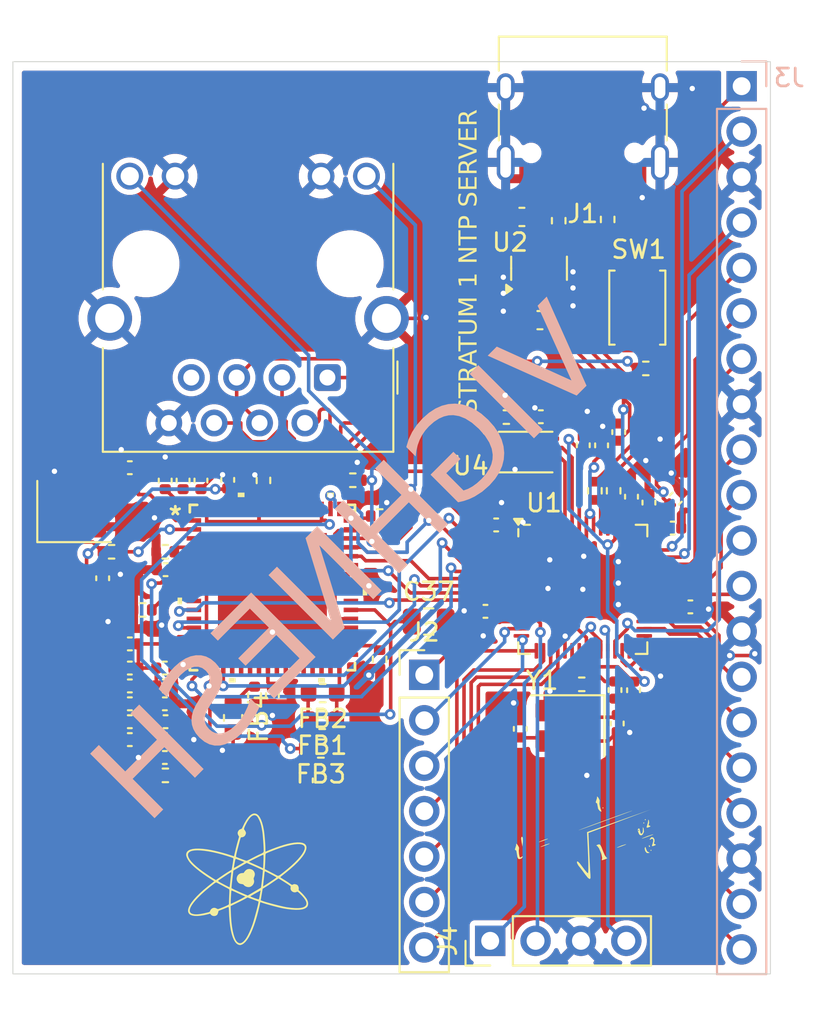
<source format=kicad_pcb>
(kicad_pcb (version 20241229) (generator "pcbnew") (generator_version "9.0")
  (layers (0 "F.Cu" signal) (2 "B.Cu" signal) (13 "F.Paste" user) (15 "B.Paste" user) (5 "F.SilkS" user "F.Silkscreen") (7 "B.SilkS" user "B.Silkscreen") (1 "F.Mask" user) (3 "B.Mask" user) (25 "Edge.Cuts" user))
  (net 0 "")
  (net 1 "GND")
  (net 2 "+1V1")
  (net 3 "VBUS")
  (net 4 "XIN")
  (net 5 "Net-(C16-Pad2)")
  (net 6 "Net-(J1-CC1)")
  (net 7 "Net-(J1-CC2)")
  (net 8 "GPIO12")
  (net 9 "GPIO6")
  (net 10 "GPIO11")
  (net 11 "GPIO8")
  (net 12 "GPIO1")
  (net 13 "GPIO13")
  (net 14 "GPIO3")
  (net 15 "GPIO5")
  (net 16 "GPIO0")
  (net 17 "GPIO9")
  (net 18 "GPIO2")
  (net 19 "GPIO10")
  (net 20 "GPIO7")
  (net 21 "GPIO4")
  (net 22 "GPIO15")
  (net 23 "GPIO14")
  (net 24 "GPIO29_ADC3")
  (net 25 "GPIO18")
  (net 26 "SWCLK")
  (net 27 "GPIO27_ADC1")
  (net 28 "GPIO28_ADC2")
  (net 29 "GPIO26_ADC0")
  (net 30 "GPIO19")
  (net 31 "GPIO21")
  (net 32 "GPIO17")
  (net 33 "GPIO22")
  (net 34 "GPIO16")
  (net 35 "GPIO20")
  (net 36 "RUN")
  (net 38 "GPIO23")
  (net 39 "GPIO24")
  (net 40 "SWD")
  (net 41 "Net-(U1-USB_DP)")
  (net 42 "Net-(U1-USB_DM)")
  (net 43 "XOUT")
  (net 44 "QSPI_SS")
  (net 45 "Net-(R6-Pad2)")
  (net 46 "QSPI_SCLK")
  (net 47 "QSPI_SD2")
  (net 48 "QSPI_SD1")
  (net 49 "QSPI_SD0")
  (net 50 "QSPI_SD3")
  (net 51 "USB_D+")
  (net 52 "USB_D-")
  (net 55 "OSIN")
  (net 62 "Net-(C19-Pad2)")
  (net 63 "C34")
  (net 66 "C35")
  (net 68 "C40")
  (net 69 "TX+")
  (net 70 "LAN46")
  (net 71 "RX+")
  (net 74 "RX-")
  (net 79 "TX-")
  (net 80 "LAN45")
  (net 83 "OSOUT")
  (net 84 "Net-(U3-FIFOSEL)")
  (net 86 "Net-(U3-FXLOSEN)")
  (net 88 "Net-(U3-RBIAS)")
  (net 89 "Net-(U3-OSCVSS)")
  (net 90 "+3V3")
  (footprint "Capacitor_SMD:C_0402_1005Metric" (layer "F.Cu") (at 154.425 103.55 90)
    (property "Reference" "C6" (hide yes))
    (property "Value" "0.1uF")
  )
  (footprint "Resistor_SMD:R_0402_1005Metric" (layer "F.Cu") (at 142.01 107.5 180)
    (property "Reference" "R10" (hide yes))
    (property "Value" "10K")
  )
  (footprint "Capacitor_SMD:C_0402_1005Metric" (layer "F.Cu") (at 157.075 106.75 90)
    (property "Reference" "C5" (hide yes))
    (property "Value" "0.1uF")
  )
  (footprint "Capacitor_SMD:C_0603_1608Metric" (layer "F.Cu") (at 149.965 90.78 180)
    (property "Reference" "C13" (hide yes))
    (property "Value" "10uF")
  )
  (footprint "Capacitor_SMD:C_0402_1005Metric" (layer "F.Cu") (at 148.525 108 180)
    (property "Reference" "C4" (hide yes))
    (property "Value" "0.1uF")
  )
  (footprint "Capacitor_SMD:C_0402_1005Metric" (layer "F.Cu") (at 155.175 117.23 -90)
    (property "Reference" "C2" (hide yes))
    (property "Value" "0.1uF")
  )
  (footprint "Crystal:Crystal_SMD_3225-4Pin_3.2x2.5mm" (layer "F.Cu") (at 152.525 119.23 180)
    (property "Reference" "Y1")
    (property "Value" "12 MHz")
  )
  (footprint "Inductor_SMD:L_0603_1608Metric" (layer "F.Cu") (at 138.8125 117.4 180)
    (property "Reference" "FB2")
    (property "Value" "FerriteBead")
  )
  (footprint "Resistor_SMD:R_0402_1005Metric" (layer "F.Cu") (at 142 115.51 90)
    (property "Reference" "R12" (hide yes))
    (property "Value" "10K")
  )
  (footprint "Crystal:Crystal_SMD_3225-4Pin_3.2x2.5mm" (layer "F.Cu") (at 124.9 107.25)
    (property "Reference" "Y2" (hide yes))
    (property "Value" "25 MHz")
  )
  (footprint "Capacitor_SMD:C_0402_1005Metric" (layer "F.Cu") (at 130.02 119)
    (property "Reference" "C33" (hide yes))
    (property "Value" "0.1uF")
  )
  (footprint "Capacitor_SMD:C_0402_1005Metric" (layer "F.Cu") (at 129.98 121 180)
    (property "Reference" "C20" (hide yes))
    (property "Value" "0.1uF")
  )
  (footprint "Capacitor_SMD:C_0402_1005Metric" (layer "F.Cu") (at 158.575 106.525 45)
    (property "Reference" "C1" (hide yes))
    (property "Value" "1uF")
  )
  (footprint "Resistor_SMD:R_0402_1005Metric" (layer "F.Cu") (at 135.5 105.51 -90)
    (property "Reference" "R15" (hide yes))
    (property "Value" "12.1K")
  )
  (footprint "Capacitor_SMD:C_0402_1005Metric" (layer "F.Cu") (at 155.385 102.81 90)
    (property "Reference" "C7" (hide yes))
    (property "Value" "0.1uF")
  )
  (footprint "Resistor_SMD:R_0402_1005Metric" (layer "F.Cu") (at 149.095 101.97)
    (property "Reference" "R7" (hide yes))
    (property "Value" "10K")
  )
  (footprint "Connector_PinHeader_2.54mm:PinHeader_1x04_P2.54mm_Vertical" (layer "F.Cu") (at 148.19 131.25 90)
    (property "Reference" "J4")
    (property "Value" "Conn_01x04")
  )
  (footprint "Capacitor_SMD:C_0402_1005Metric" (layer "F.Cu") (at 126.5 110.98 90)
    (property "Reference" "C19" (hide yes))
    (property "Value" "33pF")
  )
  (footprint "Capacitor_SMD:C_0402_1005Metric" (layer "F.Cu") (at 149.875 119.4 -90)
    (property "Reference" "C15" (hide yes))
    (property "Value" "33pF")
  )
  (footprint "Capacitor_SMD:C_0402_1005Metric" (layer "F.Cu") (at 128.02 114.65 180)
    (property "Reference" "C29" (hide yes))
    (property "Value" "0.1uF")
  )
  (footprint "Resistor_SMD:R_0402_1005Metric" (layer "F.Cu") (at 127 109.5)
    (property "Reference" "R8" (hide yes))
    (property "Value" "1K")
  )
  (footprint "Resistor_SMD:R_0402_1005Metric" (layer "F.Cu") (at 156.9 99.25)
    (property "Reference" "R6" (hide yes))
    (property "Value" "1K")
  )
  (footprint "efwfe:QFN64_ML_MCH" (layer "F.Cu") (at 136 111.5)
    (property "Reference" "U3" (hide yes))
    (property "Value" "LAN9250/ML")
  )
  (footprint "Capacitor_SMD:C_0402_1005Metric" (layer "F.Cu") (at 156.1 106.42 90)
    (property "Reference" "C11" (hide yes))
    (property "Value" "0.1uF")
  )
  (footprint "Capacitor_SMD:C_0805_2012Metric" (layer "F.Cu") (at 144.75 113.4)
    (property "Reference" "C37")
    (property "Value" "470pF")
  )
  (footprint "Capacitor_SMD:C_0402_1005Metric" (layer "F.Cu") (at 156.215 117.24 -90)
    (property "Reference" "C10" (hide yes))
    (property "Value" "1uF")
  )
  (footprint "Capacitor_SMD:C_0402_1005Metric" (layer "F.Cu") (at 133.5 105.48 90)
    (property "Reference" "C36" (hide yes))
    (property "Value" "0.1uF")
  )
  (footprint "Button_Switch_SMD:SW_Push_SPST_NO_Alps_SKRK" (layer "F.Cu") (at 156.425 95.85 -90)
    (property "Reference" "SW1")
    (property "Value" "SW_Push")
  )
  (footprint "Inductor_SMD:L_0603_1608Metric" (layer "F.Cu") (at 138.7125 120.5 180)
    (property "Reference" "FB3")
    (property "Value" "FerriteBead")
  )
  (footprint "Capacitor_SMD:C_0402_1005Metric" (layer "F.Cu") (at 137.9 122.28 -90)
    (property "Reference" "C38" (hide yes))
    (property "Value" "0.1uF")
  )
  (footprint "Resistor_SMD:R_0402_1005Metric" (layer "F.Cu") (at 153.315 116.91 180)
    (property "Reference" "R5" (hide yes))
    (property "Value" "1K")
  )
  (footprint "Capacitor_SMD:C_0402_1005Metric" (layer "F.Cu") (at 135 117.52 -90)
    (property "Reference" "C23" (hide yes))
    (property "Value" "1uF")
  )
  (footprint "Capacitor_SMD:C_0402_1005Metric" (layer "F.Cu") (at 132 105.52 90)
    (property "Reference" "C35" (hide yes))
    (property "Value" "0.1uF")
  )
  (footprint "Capacitor_SMD:C_0603_1608Metric" (layer "F.Cu") (at 150.975 96.55 180)
    (property "Reference" "C14" (hide yes))
    (property "Value" "10uF")
  )
  (footprint "Resistor_SMD:R_0402_1005Metric" (layer "F.Cu") (at 128.74 112.75 180)
    (property "Reference" "R13" (hide yes))
    (property "Value" "10K")
  )
  (footprint "Connector_PinHeader_2.54mm:PinHeader_1x07_P2.54mm_Vertical" (layer "F.Cu") (at 144.5 116.38)
    (property "Reference" "J2")
    (property "Value" "Conn_01x07")
  )
  (footprint "Resistor_SMD:R_0402_1005Metric" (layer "F.Cu") (at 140.5 105.5)
    (property "Reference" "R9" (hide yes))
    (property "Value" "10K")
  )
  (footprint "Capacitor_SMD:C_0402_1005Metric" (layer "F.Cu") (at 128.02 117 180)
    (property "Reference" "C27" (hide yes))
    (property "Value" "0.1uF")
  )
  (footprint "Inductor_SMD:L_0603_1608Metric" (layer "F.Cu") (at 138.7875 118.9 180)
    (property "Reference" "FB1")
    (property "Value" "FerriteBead")
  )
  (footprint "Resistor_SMD:R_0402_1005Metric" (layer "F.Cu") (at 154.765 90.92 -90)
    (property "Reference" "R2" (hide yes))
    (property "Value" "5.1K")
  )
  (footprint "LOGO" (layer "F.Cu") (at 153.532926 125.655449 20)
    (property "Reference" "G***" (hide yes))
    (property "Value" "LOGO" (hide yes))
  )
  (footprint "Capacitor_SMD:C_0402_1005Metric" (layer "F.Cu") (at 128.02 104.8)
    (property "Reference" "C18" (hide yes))
    (property "Value" "33pF")
  )
  (footprint "Resistor_SMD:R_0402_1005Metric" (layer "F.Cu") (at 154.05 106.09 -90)
    (property "Reference" "R3" (hide yes))
    (property "Value" "27" (hide yes))
  )
  (footprint "Package_DFN_QFN:QFN-56-1EP_7x7mm_P0.4mm_EP3.2x3.2mm" (layer "F.Cu") (at 153.375 111.6)
    (property "Reference" "U1")
    (property "Value" "RP2040")
  )
  (footprint "Connector_USB:USB_C_Receptacle_HRO_TYPE-C-31-M-12" (layer "F.Cu") (at 153.375 84.6 180)
    (property "Reference" "J1")
    (property "Value" "USB_C_Receptacle_USB2.0_14P")
  )
  (footprint "Capacitor_SMD:C_0402_1005Metric" (layer "F.Cu") (at 155.3 119.1 90)
    (property "Reference" "C16" (hide yes))
    (property "Value" "33pF")
  )
  (footprint "Capacitor_SMD:C_0402_1005Metric" (layer "F.Cu") (at 159.395 112.58)
    (property "Reference" "C9" (hide yes))
    (property "Value" "0.1uF")
  )
  (footprint "Capacitor_SMD:C_0402_1005Metric" (layer "F.Cu") (at 129.98 118)
    (property "Reference" "C32" (hide yes))
    (property "Value" "0.1uF")
  )
  (footprint "Capacitor_SMD:C_0402_1005Metric" (layer "F.Cu") (at 131 105.52 90)
    (property "Reference" "C40" (hide yes))
    (property "Value" "0.1uF")
  )
  (footprint "Resistor_SMD:R_0402_1005Metric" (layer "F.Cu") (at 152.025 90.99 -90)
    (property "Reference" "R1" (hide yes))
    (property "Value" "5.1K")
  )
  (footprint "Capacitor_SMD:C_0402_1005Metric" (layer "F.Cu") (at 129.98 117)
    (property "Reference" "C31" (hide yes))
    (property "Value" "0.1uF")
  )
  (footprint "Capacitor_SMD:C_0402_1005Metric" (layer "F.Cu") (at 153.4 103.545 90)
    (property "Reference" "C12" (hide yes))
    (property "Value" "0.1uF")
  )
  (footprint "Capacitor_SMD:C_0402_1005Metric" (layer "F.Cu") (at 129.98 116)
    (property "Reference" "C30" (hide yes))
    (property "Value" "0.1uF")
  )
  (footprint "Inductor_SMD:L_0603_1608Metric" (layer "F.Cu") (at 133.8 118.7875 -90)
    (property "Reference" "FB4")
    (property "Value" "FerriteBead")
  )
  (footprint "Capacitor_SMD:C_0402_1005Metric" (layer "F.Cu") (at 158.405 108.175)
    (property "Reference" "C8" (hide yes))
    (property "Value" "0.1uF")
  )
  (footprint "LOGO" (layer "F.Cu") (at 134.6 127.8 30)
    (property "Reference" "G***" (hide yes))
    (property "Value" "LOGO" (hide yes))
  )
  (footprint "Resistor_SMD:R_0402_1005Metric" (layer "F.Cu") (at 155.1 106.09 -90)
    (property "Reference" "R4" (hide yes))
    (property "Value" "27")
  )
  (footprint "Capacitor_SMD:C_0402_1005Metric" (layer "F.Cu") (at 130.02 110.5 180)
    (property "Reference" "C34" (hide yes))
    (property "Value" "0.1uF")
  )
  (footprint "Connector_RJ:RJ45_Hanrun_HR911105A_Horizontal" (layer "F.Cu") (at 139.08 99.76 180)
    (property "Reference" "J6" (hide yes))
    (property "Value" "RJ45_Hanrun_HR911105A_Horizontal")
  )
  (footprint "Capacitor_SMD:C_0402_1005Metric" (layer "F.Cu") (at 128.02 120 180)
    (property "Reference" "C24" (hide yes))
    (property "Value" "1uF")
  )
  (footprint "Capacitor_SMD:C_0402_1005Metric" (layer "F.Cu") (at 151.025 101.95 180)
    (property "Reference" "C17" (hide yes))
    (property "Value" "0.1uF")
  )
  (footprint "Resistor_SMD:R_0402_1005Metric" (layer "F.Cu") (at 130.01 122 180)
    (property "Reference" "R11" (hide yes))
    (property "Value" "10K")
  )
  (footprint "Capacitor_SMD:C_0402_1005Metric" (layer "F.Cu") (at 128.02 119 180)
    (property "Reference" "C25" (hide yes))
    (property "Value" "0.1uF")
  )
  (footprint "Capacitor_SMD:C_0402_1005Metric" (layer "F.Cu") (at 136 117.52 -90)
    (property "Reference" "C22" (hide yes))
    (property "Value" "0.1uF")
  )
  (footprint "Resistor_SMD:R_0402_1005Metric" (layer "F.Cu") (at 130 109.5 180)
    (property "Reference" "R16" (hide yes))
    (property "Value" "10K")
  )
  (footprint "Package_TO_SOT_SMD:SOT-23" (layer "F.Cu") (at 150.925 93.65 90)
    (property "Reference" "U2")
    (property "Value" "MCP1700x-330xxTT")
  )
  (footprint "Capacitor_SMD:C_0402_1005Metric" (layer "F.Cu") (at 129.98 120 180)
    (property "Reference" "C21" (hide yes))
    (property "Value" "0.1uF")
  )
  (footprint "Capacitor_SMD:C_0402_1005Metric" (layer "F.Cu") (at 147.925 112.83 180)
    (property "Reference" "C3" (hide yes))
    (property "Value" "0.1uF")
  )
  (footprint "Package_SON:Winbond_USON-8-1EP_3x2mm_P0.5mm_EP0.2x1.6mm" (layer "F.Cu") (at 150.175 103.925)
    (property "Reference" "U4")
    (property "Value" "W25Q16JVUXIQ TR")
  )
  (footprint "Capacitor_SMD:C_0402_1005Metric" (layer "F.Cu") (at 128.02 118 180)
    (property "Reference" "C26" (hide yes))
    (property "Value" "0.1uF")
  )
  (footprint "Capacitor_SMD:C_0402_1005Metric" (layer "F.Cu") (at 130 105.52 90)
    (property "Reference" "C39" (hide yes))
    (property "Value" "0.1uF")
  )
  (footprint "Capacitor_SMD:C_0402_1005Metric" (layer "F.Cu") (at 128.02 116 180)
    (property "Reference" "C28" (hide yes))
    (property "Value" "0.1uF")
  )
  (footprint "Connector_PinHeader_2.54mm:PinHeader_1x20_P2.54mm_Vertical" (layer "B.Cu") (at 162.265 83.47 180)
    (property "Reference" "J3")
    (property "Value" "Conn_01x20")
  )
  (gr_rect (start 121.475 82.1) (end 163.875 133.1) (stroke (width 0.05)) (fill no) (layer "Edge.Cuts"))
  (gr_text "STRATUM 1 NTP SERVER" (at 147.6 101.8 90) (layer "F.SilkS") (effects (font (size 1 1) (thickness 0.1)) (justify left bottom)))
  (gr_text "VIGHNESH" (at 155.6 99.4 45) (layer "B.SilkS") (effects (font (size 5 5) (thickness 0.1)) (justify left bottom mirror)))
  (segment (start 154.425 102.548472) (end 154.486736 102.486736) (width 0.2) (layer "F.Cu") (net 1))
  (segment (start 158.885 107.115) (end 158.885 108.175) (width 0.2) (layer "F.Cu") (net 1))
  (segment (start 162.9 115.3) (end 163 115.2) (width 0.2) (layer "F.Cu") (net 1))
  (segment (start 156.1 105.2) (end 156.9 104.4) (width 0.2) (layer "F.Cu") (net 1))
  (segment (start 127.54 120) (end 127.54 120.04) (width 0.2) (layer "F.Cu") (net 1))
  (segment (start 129 108) (end 129.4 107.6) (width 0.2) (layer "F.Cu") (net 1))
  (segment (start 156.43 106.27) (end 156.1 105.94) (width 0.2) (layer "F.Cu") (net 1))
  (segment (start 146.763008 112.83) (end 146.733008 112.8) (width 0.2) (layer "F.Cu") (net 1))
  (segment (start 128.4 108.1) (end 128.5 108) (width 0.2) (layer "F.Cu") (net 1))
  (segment (start 129.49 110.45) (end 129.54 110.5) (width 0.2) (layer "F.Cu") (net 1))
  (segment (start 156.625 88.645) (end 156.625 89.625) (width 0.2) (layer "F.Cu") (net 1))
  (segment (start 153.625 121.975) (end 153.6 122) (width 0.2) (layer "F.Cu") (net 1))
  (segment (start 127.49 111.5) (end 127.49 110.76) (width 0.2) (layer "F.Cu") (net 1))
  (segment (start 126 108.1) (end 128.4 108.1) (width 0.2) (layer "F.Cu") (net 1))
  (segment (start 146.133008 113.4) (end 146.733008 112.8) (width 0.2) (layer "F.Cu") (net 1))
  (segment (start 150.545 101.595446) (end 150.690446 101.45) (width 0.2) (layer "F.Cu") (net 1))
  (segment (start 129.6 107.4) (end 129.500707 107.499294) (width 0.2) (layer "F.Cu") (net 1))
  (segment (start 154.425 103.07) (end 154.425 102.548472) (width 0.2) (layer "F.Cu") (net 1))
  (segment (start 148.045 107.53) (end 148.825 106.75) (width 0.2) (layer "F.Cu") (net 1))
  (segment (start 152.375 114.227581) (end 152.375 115.0375) (width 0.2) (layer "F.Cu") (net 1))
  (segment (start 130.46 116) (end 130.46 121) (width 0.2) (layer "F.Cu") (net 1))
  (segment (start 139.99 105.26) (end 140.75 104.5) (width 0.2) (layer "F.Cu") (net 1))
  (segment (start 155.185 117.72) (end 155.175 117.71) (width 0.2) (layer "F.Cu") (net 1))
  (segment (start 155.385 102.33) (end 155.165 102.33) (width 0.2) (layer "F.Cu") (net 1))
  (segment (start 149.875 118.325) (end 149.5 117.95) (width 0.2) (layer "F.Cu") (net 1))
  (segment (start 155.3 119.58) (end 155.98 119.58) (width 0.2) (layer "F.Cu") (net 1))
  (segment (start 130 105.04) (end 130 104.2) (width 0.2) (layer "F.Cu") (net 1))
  (segment (start 159.875 112.58) (end 160.288559 112.58) (width 0.2) (layer "F.Cu") (net 1))
  (segment (start 158.914411 105.689411) (end 158.325 105.1) (width 0.2) (layer "F.Cu") (net 1))
  (segment (start 141.75 110.744034) (end 141.752983 110.741051) (width 0.2) (layer "F.Cu") (net 1))
  (segment (start 158.914411 106.185589) (end 158.914411 107.085589) (width 0.2) (layer "F.Cu") (net 1))
  (segment (start 141.25 111.25) (end 141.4 111.4) (width 0.2) (layer "F.Cu") (net 1))
  (segment (start 148.045 108) (end 148.045 107.53) (width 0.2) (layer "F.Cu") (net 1))
  (segment (start 133.5 105) (end 133.402133 105) (width 0.2) (layer "F.Cu") (net 1))
  (segment (start 126.5 111.46) (end 127.45 111.46) (width 0.2) (layer "F.Cu") (net 1))
  (segment (start 129.500707 107.499294) (end 129.4 107.6) (width 0.2) (layer "F.Cu") (net 1))
  (segment (start 135 118) (end 136 118) (width 0.2) (layer "F.Cu") (net 1))
  (segment (start 124.2 105) (end 124.4 104.8) (width 0.2) (layer "F.Cu") (net 1))
  (segment (start 158.914411 107.085589) (end 158.885 107.115) (width 0.2) (layer "F.Cu") (net 1))
  (segment (start 145.7 113.4) (end 146.133008 113.4) (width 0.2) (layer "F.Cu") (net 1))
  (segment (start 157.075 104.575) (end 156.9 104.4) (width 0.2) (layer "F.Cu") (net 1))
  (segment (start 151.425 117.398527) (end 151.535 117.288527) (width 0.2) (layer "F.Cu") (net 1))
  (segment (start 156.215 117.72) (end 155.185 117.72) (width 0.2) (layer "F.Cu") (net 1))
  (segment (start 149.875 118.92) (end 149.875 118.325) (width 0.2) (layer "F.Cu") (net 1))
  (segment (start 127.54 105) (end 127.54 103.79) (width 0.2) (layer "F.Cu") (net 1))
  (segment (start 130.8 116) (end 131 115.8) (width 0.2) (layer "F.Cu") (net 1))
  (segment (start 155.165 102.33) (end 154.425 103.07) (width 0.2) (layer "F.Cu") (net 1))
  (segment (start 135.2167 105) (end 135.0167 105.2) (width 0.2) (layer "F.Cu") (net 1))
  (segment (start 154.8 120.08) (end 155.3 119.58) (width 0.2) (layer "F.Cu") (net 1))
  (segment (start 128.5 108) (end 129 108) (width 0.2) (layer "F.Cu") (net 1))
  (segment (start 127.49 111.5) (end 128.23 112.24) (width 0.2) (layer "F.Cu") (net 1))
  (segment (start 142.385 96.45) (end 144.55 96.45) (width 0.2) (layer "F.Cu") (net 1))
  (segment (start 157.075 106.27) (end 156.43 106.27) (width 0.2) (layer "F.Cu") (net 1))
  (segment (start 140.3942 111.25) (end 141.25 111.25) (width 0.2) (layer "F.Cu") (net 1))
  (segment (start 154.425 103.07) (end 153.405 103.07) (width 0.2) (layer "F.Cu") (net 1))
  (segment (start 127.54 120.04) (end 128.5 121) (width 0.2) (layer "F.Cu") (net 1))
  (segment (start 152.387649 114.214932) (end 152.375 114.227581) (width 0.2) (layer "F.Cu") (net 1))
  (segment (start 130.46 116) (end 130.8 116) (width 0.2) (layer "F.Cu") (net 1))
  (segment (start 139.99 105.5) (end 139.99 105.26) (width 0.2) (layer "F.Cu") (net 1))
  (segment (start 160.288559 112.58) (end 160.415 112.706441) (width 0.2) (layer "F.Cu") (net 1))
  (segment (start 141.75 110.75) (end 141.75 110.744034) (width 0.2) (layer "F.Cu") (net 1))
  (segment (start 155.98 119.58) (end 156 119.6) (width 0.2) (layer "F.Cu") (net 1))
  (segment (start 133.402133 105) (end 133.211 105.191133) (width 0.2) (layer "F.Cu") (net 1))
  (segment (start 129.54 110.5) (end 127.75 110.5) (width 0.2) (layer "F.Cu") (net 1))
  (segment (start 141.4 116.4) (end 141.395353 116.395353) (width 0.2) (layer "F.Cu") (net 1))
  (segment (start 150.545 101.95) (end 150.545 101.595446) (width 0.2) (layer "F.Cu") (net 1))
  (segment (start 135.5 105) (end 135.2167 105) (width 0.2) (layer "F.Cu") (net 1))
  (segment (start 148.75 104.675) (end 149.35853 104.675) (width 0.2) (layer "F.Cu") (net 1))
  (segment (start 123.8 105) (end 124.2 105) (width 0.2) (layer "F.Cu") (net 1))
  (segment (start 129.49 109.5) (end 129.49 110.45) (width 0.2) (layer "F.Cu") (net 1))
  (segment (start 158.914411 106.185589) (end 158.914411 105.689411) (width 0.2) (layer "F.Cu") (net 1))
  (segment (start 127.75 110.5) (end 127.49 110.76) (width 0.2) (layer "F.Cu") (net 1))
  (segment (start 136 118) (end 136 118.65) (width 0.2) (layer "F.Cu") (net 1))
  (segment (start 153.405 103.07) (end 153.4 103.065) (width 0.2) (layer "F.Cu") (net 1))
  (segment (start 127.54 114.65) (end 127.54 120) (width 0.2) (layer "F.Cu") (net 1))
  (segment (start 142 116.02) (end 141.78 116.02) (width 0.2) (layer "F.Cu") (net 1))
  (segment (start 124.4 104.8) (end 127.54 104.8) (width 0.2) (layer "F.Cu") (net 1))
  (segment (start 142.52 107.5) (end 142.52 106.87) (width 0.2) (layer "F.Cu") (net 1))
  (segment (start 130.46 120) (end 131.6 120) (width 0.2) (layer "F.Cu") (net 1))
  (segment (start 156.1 105.94) (end 156.1 105.2) (width 0.2) (layer "F.Cu") (net 1))
  (segment (start 153.625 120.08) (end 153.625 121.975) (width 0.2) (layer "F.Cu") (net 1))
  (segment (start 157.075 106.27) (end 157.075 104.575) (width 0.2) (layer "F.Cu") (net 1))
  (segment (start 130 105.04) (end 132 105.04) (width 0.2) (layer "F.Cu") (net 1))
  (segment (start 161.595 115.3) (end 162.9 115.3) (width 0.2) (layer "F.Cu") (net 1))
  (segment (start 128.23 112.24) (end 128.23 112.75) (width 0.2) (layer "F.Cu") (net 1))
  (segment (start 123.8 106.4) (end 123.8 105) (width 0.2) (layer "F.Cu") (net 1))
  (segment (start 151.425 118.38) (end 151.425 117.398527) (width 0.2) (layer "F.Cu") (net 1))
  (segment (start 144.55 96.45) (end 144.6 96.4) (width 0.2) (layer "F.Cu") (net 1))
  (segment (start 147.445 112.83) (end 146.763008 112.83) (width 0.2) (layer "F.Cu") (net 1))
  (segment (start 142.52 106.87) (end 142.4 106.75) (width 0.2) (layer "F.Cu") (net 1))
  (segment (start 141.78 116.02) (end 141.4 116.4) (width 0.2) (layer "F.Cu") (net 1))
  (segment (start 149.35853 104.675) (end 149.579265 104.895735) (width 0.2) (layer "F.Cu") (net 1))
  (segment (start 153.625 120.08) (end 154.8 120.08) (width 0.2) (layer "F.Cu") (net 1))
  (segment (start 156.625 89.625) (end 156.7 89.7) (width 0.2) (layer "F.Cu") (net 1))
  (via (at 156.8 84.7) (size 0.6) (drill 0.3) (layers "F.Cu" "B.Cu") (net 1))
  (via (at 155.363561 112.45) (size 0.6) (drill 0.3) (layers "F.Cu" "B.Cu") (net 1))
  (via (at 151.535 117.288527) (size 0.6) (drill 0.3) (layers "F.Cu" "B.Cu") (net 1))
  (via (at 126.8 113.4) (size 0.6) (drill 0.3) (layers "F.Cu" "B.Cu") (net 1))
  (via (at 131 115.8) (size 0.6) (drill 0.3) (layers "F.Cu" "B.Cu") (net 1))
  (via (at 140.75 104.5) (size 0.6) (drill 0.3) (layers "F.Cu" "B.Cu") (net 1))
  (via (at 131.6 120) (size 0.6) (drill 0.3) (layers "F.Cu" "B.Cu") (net 1))
  (via (at 129.8 113.6) (size 0.6) (drill 0.3) (layers "F.Cu" "B.Cu") (net 1))
  (via (at 158.325 105.1) (size 0.6) (drill 0.3) (layers "F.Cu" "B.Cu") (net 1))
  (via (at 150.025 107.85) (size 0.6) (drill 0.3) (layers "F.Cu" "B.Cu") (net 1))
  (via (at 155.363561 111.25) (size 0.6) (drill 0.3) (layers "F.Cu" "B.Cu") (net 1))
  (via (at 153.625 101.65) (size 0.6) (drill 0.3) (layers "F.Cu" "B.Cu") (net 1))
  (via (at 153.6 122) (size 0.6) (drill 0.3) (layers "F.Cu" "B.Cu") (net 1))
  (via (at 123.8 105) (size 0.6) (drill 0.3) (layers "F.Cu" "B.Cu") (net 1))
  (via (at 136 113.989635) (size 0.6) (drill 0.3) (layers "F.Cu" "B.Cu") (net 1))
  (via (at 148.825 106.75) (size 0.6) (drill 0.3) (layers "F.Cu" "B.Cu") (net 1))
  (via (at 157.725 116.45) (size 0.6) (drill 0.3) (layers "F.Cu" "B.Cu") (net 1))
  (via (at 144.6 96.4) (size 0.6) (drill 0.3) (layers "F.Cu" "B.Cu") (net 1))
  (via (at 160.415 112.706441) (size 0.6) (drill 0.3) (layers "F.Cu" "B.Cu") (net 1))
  (via (at 127.49 110.76) (size 0.6) (drill 0.3) (layers "F.Cu" "B.Cu") (net 1))
  (via (at 157.7 103.2) (size 0.6) (drill 0.3) (layers "F.Cu" "B.Cu") (net 1))
  (via (at 133.2 120.6) (size 0.6) (drill 0.3) (layers "F.Cu" "B.Cu") (net 1))
  (via (at 153.425 109.75) (size 0.6) (drill 0.3) (layers "F.Cu" "B.Cu") (net 1))
  (via (at 148.925 96.05) (size 0.6) (drill 0.3) (layers "F.Cu" "B.Cu") (net 1))
  (via (at 129.4 107.6) (size 0.6) (drill 0.3) (layers "F.Cu" "B.Cu") (net 1))
  (via (at 128.5 121) (size 0.6) (drill 0.3) (layers "F.Cu" "B.Cu") (net 1))
  (via (at 141.4 111.4) (size 0.6) (drill 0.3) (layers "F.Cu" "B.Cu") (net 1))
  (via (at 151.525 109.95) (size 0.6) (drill 0.3) (layers "F.Cu" "B.Cu") (net 1))
  (via (at 152.825 93.85) (size 0.6) (drill 0.3) (layers "F.Cu" "B.Cu") (net 1))
  (via (at 156.7 89.7) (size 0.6) (drill 0.3) (layers "F.Cu" "B.Cu") (net 1))
  (via (at 136 118.65) (size 0.6) (drill 0.3) (layers "F.Cu" "B.Cu") (net 1))
  (via (at 149.5 117.95) (size 0.6) (drill 0.3) (layers "F.Cu" "B.Cu") (net 1))
  (via (at 156.9 104.4) (size 0.6) (drill 0.3) (layers "F.Cu" "B.Cu") (net 1))
  (via (at 153.375 111.6) (size 0.6) (drill 0.3) (layers "F.Cu" "B.Cu") (net 1))
  (via (at 159.5 83.6) (size 0.6) (drill 0.3) (layers "F.Cu" "B.Cu") (net 1))
  (via (at 150.690446 101.45) (size 0.6) (drill 0.3) (layers "F.Cu" "B.Cu") (net 1))
  (via (at 156 119.6) (size 0.6) (drill 0.3) (layers "F.Cu" "B.Cu") (net 1))
  (via (at 127.54 103.79) (size 0.6) (drill 0.3) (layers "F.Cu" "B.Cu") (net 1))
  (via (at 152.825 95.75) (size 0.6) (drill 0.3) (layers "F.Cu" "B.Cu") (net 1))
  (via (at 154.486736 102.486736) (size 0.6) (drill 0.3) (layers "F.Cu" "B.Cu") (net 1))
  (via (at 148.925 94.15) (size 0.6) (drill 0.3) (layers "F.Cu" "B.Cu") (net 1))
  (via (at 152.387649 114.214932) (size 0.6) (drill 0.3) (layers "F.Cu" "B.Cu") (net 1))
  (via (at 149.025 100.75) (size 0.6) (drill 0.3) (layers "F.Cu" "B.Cu") (net 1))
  (via (at 148.925 95.05) (size 0.6) (drill 0.3) (layers "F.Cu" "B.Cu") (net 1))
  (via (at 133.211 105.191133) (size 0.6) (drill 0.3) (layers "F.Cu" "B.Cu") (net 1))
  (via (at 163 115.2) (size 0.6) (drill 0.3) (layers "F.Cu" "B.Cu") (net 1))
  (via (at 130 104.2) (size 0.6) (drill 0.3) (layers "F.Cu" "B.Cu") (net 1))
  (via (at 146.733008 112.8) (size 0.6) (drill 0.3) (layers "F.Cu" "B.Cu") (net 1))
  (via (at 147.8 114.2) (size 0.6) (drill 0.3) (layers "F.Cu" "B.Cu") (net 1))
  (via (at 152.825 94.75) (size 0.6) (drill 0.3) (layers "F.Cu" "B.Cu") (net 1))
  (via (at 161.595 115.3) (size 0.6) (drill 0.3) (layers "F.Cu" "B.Cu") (net 1))
  (via (at 149.579265 104.895735) (size 0.6) (drill 0.3) (layers "F.Cu" "B.Cu") (net 1))
  (via (at 135.0167 105.2) (size 0.6) (drill 0.3) (layers "F.Cu" "B.Cu") (net 1))
  (via (at 142.4 106.75) (size 0.6) (drill 0.3) (layers "F.Cu" "B.Cu") (net 1))
  (via (at 155.363561 110.05) (size 0.6) (drill 0.3) (layers "F.Cu" "B.Cu") (net 1))
  (via (at 151.425 111.55) (size 0.6) (drill 0.3) (layers "F.Cu" "B.Cu") (net 1))
  (via (at 141.395353 116.395353) (size 0.6) (drill 0.3) (layers "F.Cu" "B.Cu") (net 1))
  (segment (start 136.232935 114.032935) (end 136 113.8) (width 0.2) (layer "B.Cu") (net 1))
  (segment (start 141.395353 116.395353) (end 141.404647 116.395353) (width 0.2) (layer "B.Cu") (net 1))
  (segment (start 153.625 101.65) (end 153.65 101.65) (width 0.2) (layer "B.Cu") (net 1))
  (segment (start 136 113.8) (end 136 113.989635) (width 0.2) (layer "B.Cu") (net 1))
  (segment (start 141.404647 116.395353) (end 144 113.8) (width 0.2) (layer "B.Cu") (net 1))
  (segment (start 141.4 114.032935) (end 136.232935 114.032935) (width 0.2) (layer "B.Cu") (net 1))
  (segment (start 153.65 101.65) (end 154.486736 102.486736) (width 0.2) (layer "B.Cu") (net 1))
  (segment (start 144 113.8) (end 143.995353 113.795353) (width 0.2) (layer "B.Cu") (net 1))
  (segment (start 156.815 116.76) (end 156.825 116.75) (width 0.2) (layer "F.Cu") (net 2))
  (segment (start 156.1579 116.76) (end 156.215 116.76) (width 0.2) (layer "F.Cu") (net 2))
  (segment (start 153.975 115.59) (end 154.315 115.93) (width 0.2) (layer "F.Cu") (net 2))
  (segment (start 155.175 107.59) (end 155.865 106.9) (width 0.2) (layer "F.Cu") (net 2))
  (segment (start 155.175 108.1625) (end 155.175 107.59) (width 0.2) (layer "F.Cu") (net 2))
  (segment (start 155.175 108.1625) (end 155.175 108.8) (width 0.2) (layer "F.Cu") (net 2))
  (segment (start 155.865 106.9) (end 156.1 106.9) (width 0.2) (layer "F.Cu") (net 2))
  (segment (start 155.3279 115.93) (end 156.1579 116.76) (width 0.2) (layer "F.Cu") (net 2))
  (segment (start 155.175 108.8) (end 154.875 109.1) (width 0.2) (layer "F.Cu") (net 2))
  (segment (start 153.4 104.025) (end 153.4 104.017589) (width 0.2) (layer "F.Cu") (net 2))
  (segment (start 154.875 109.1) (end 154.763561 109.1) (width 0.2) (layer "F.Cu") (net 2))
  (segment (start 153.175 104.25) (end 153.4 104.025) (width 0.2) (layer "F.Cu") (net 2))
  (segment (start 156.215 116.76) (end 156.815 116.76) (width 0.2) (layer "F.Cu") (net 2))
  (segment (start 153.975 115.0375) (end 153.975 115.59) (width 0.2) (layer "F.Cu") (net 2))
  (segment (start 154.315 115.93) (end 155.3279 115.93) (width 0.2) (layer "F.Cu") (net 2))
  (segment (start 153.4 104.017589) (end 152.590002 103.207591) (width 0.2) (layer "F.Cu") (net 2))
  (segment (start 153.175 108.1625) (end 153.175 104.25) (width 0.2) (layer "F.Cu") (net 2))
  (via (at 154.763561 109.1) (size 0.6) (drill 0.3) (layers "F.Cu" "B.Cu") (net 2))
  (via (at 152.590002 103.207591) (size 0.6) (drill 0.3) (layers "F.Cu" "B.Cu") (net 2))
  (via (at 156.825 116.75) (size 0.6) (drill 0.3) (layers "F.Cu" "B.Cu") (net 2))
  (segment (start 156.825 116.75) (end 155.27518 115.20018) (width 0.2) (layer "B.Cu") (net 2))
  (segment (start 152.675 107.2) (end 154.725 109.25) (width 0.2) (layer "B.Cu") (net 2))
  (segment (start 152.590002 107.115002) (end 152.675 107.2) (width 0.2) (layer "B.Cu") (net 2))
  (segment (start 155.27518 113.350123) (end 154.763561 112.838504) (width 0.2) (layer "B.Cu") (net 2))
  (segment (start 152.675 107.2) (end 154.575 109.1) (width 0.2) (layer "B.Cu") (net 2))
  (segment (start 154.763561 112.838504) (end 154.763561 109.1) (width 0.2) (layer "B.Cu") (net 2))
  (segment (start 152.590002 103.207591) (end 152.590002 107.115002) (width 0.2) (layer "B.Cu") (net 2))
  (segment (start 155.27518 115.20018) (end 155.27518 113.350123) (width 0.2) (layer "B.Cu") (net 2))
  (segment (start 154.575 109.1) (end 154.763561 109.1) (width 0.2) (layer "B.Cu") (net 2))
  (segment (start 150.925 89.32) (end 150.74 89.505) (width 0.2) (layer "F.Cu") (net 3))
  (segment (start 150.925 87.72) (end 150.925 88.645) (width 0.2) (layer "F.Cu") (net 3))
  (segment (start 150.74 92.5275) (end 150.925 92.7125) (width 0.2) (layer "F.Cu") (net 3))
  (segment (start 150.925 88.645) (end 150.925 89.32) (width 0.2) (layer "F.Cu") (net 3))
  (segment (start 157.649992 84.859) (end 160.876 84.859) (width 0.2) (layer "F.Cu") (net 3))
  (segment (start 150.74 90.78) (end 150.74 92.5275) (width 0.2) (layer "F.Cu") (net 3))
  (segment (start 155.589 88.409) (end 155.589 86.919992) (width 0.2) (layer "F.Cu") (net 3))
  (segment (start 155.825 88.645) (end 155.589 88.409) (width 0.2) (layer "F.Cu") (net 3))
  (segment (start 151.725008 86.919992) (end 150.925 87.72) (width 0.2) (layer "F.Cu") (net 3))
  (segment (start 155.589 86.919992) (end 151.725008 86.919992) (width 0.2) (layer "F.Cu") (net 3))
  (segment (start 160.876 84.859) (end 162.265 83.47) (width 0.2) (layer "F.Cu") (net 3))
  (segment (start 150.74 89.505) (end 150.74 90.78) (width 0.2) (layer "F.Cu") (net 3))
  (segment (start 155.589 86.919992) (end 157.649992 84.859) (width 0.2) (layer "F.Cu") (net 3))
  (segment (start 152.426 117.79484) (end 152.426 118.96516) (width 0.2) (layer "F.Cu") (net 4))
  (segment (start 150.065 119.9) (end 151.245 119.9) (width 0.2) (layer "F.Cu") (net 4))
  (segment (start 152.135 116.48) (end 152.135 117.50384) (width 0.2) (layer "F.Cu") (net 4))
  (segment (start 152.426 118.96516) (end 152.135 119.25616) (width 0.2) (layer "F.Cu") (net 4))
  (segment (start 152.135 117.50384) (end 152.426 117.79484) (width 0.2) (layer "F.Cu") (net 4))
  (segment (start 152.135 119.37) (end 151.425 120.08) (width 0.2) (layer "F.Cu") (net 4))
  (segment (start 152.135 119.25616) (end 152.135 119.37) (width 0.2) (layer "F.Cu") (net 4))
  (segment (start 149.875 119.71) (end 150.065 119.9) (width 0.2) (layer "F.Cu") (net 4))
  (segment (start 151.245 119.9) (end 151.425 120.08) (width 0.2) (layer "F.Cu") (net 4))
  (segment (start 152.775 115.84) (end 152.135 116.48) (width 0.2) (layer "F.Cu") (net 4))
  (segment (start 152.775 115.0375) (end 152.775 115.84) (width 0.2) (layer "F.Cu") (net 4))
  (segment (start 153.825 116.91) (end 153.825 118.18) (width 0.2) (layer "F.Cu") (net 5))
  (segment (start 153.995 118.75) (end 153.625 118.38) (width 0.2) (layer "F.Cu") (net 5))
  (segment (start 155.175 118.75) (end 153.995 118.75) (width 0.2) (layer "F.Cu") (net 5))
  (segment (start 153.825 118.18) (end 153.625 118.38) (width 0.2) (layer "F.Cu") (net 5))
  (segment (start 154.625 90.27) (end 154.765 90.41) (width 0.2) (layer "F.Cu") (net 6))
  (segment (start 154.625 88.645) (end 154.625 90.27) (width 0.2) (layer "F.Cu") (net 6))
  (segment (start 151.625 88.645) (end 151.625 90.08) (width 0.2) (layer "F.Cu") (net 7))
  (segment (start 151.625 90.08) (end 152.025 90.48) (width 0.2) (layer "F.Cu") (net 7))
  (segment (start 147.0717 115.0375) (end 146.32455 115.78465) (width 0.2) (layer "F.Cu") (net 8))
  (segment (start 146.32455 115.78465) (end 146.32455 122.29545) (width 0.2) (layer "F.Cu") (net 8))
  (segment (start 150.775 115.0375) (end 147.0717 115.0375) (width 0.2) (layer "F.Cu") (net 8))
  (segment (start 146.32455 122.29545) (end 144.5 124.12) (width 0.2) (layer "F.Cu") (net 8))
  (segment (start 143.730185 111.8) (end 142.486885 110.5567) (width 0.2) (layer "F.Cu") (net 9))
  (segment (start 149.9375 111.8) (end 143.730185 111.8) (width 0.2) (layer "F.Cu") (net 9))
  (segment (start 140.3942 107.622997) (end 141.377003 107.622997) (width 0.2) (layer "F.Cu") (net 9))
  (segment (start 141.377003 107.622997) (end 141.5 107.5) (width 0.2) (layer "F.Cu") (net 9))
  (via (at 142.486885 110.5567) (size 0.6) (drill 0.3) (layers "F.Cu" "B.Cu") (net 9))
  (via (at 140.3942 107.622997) (size 0.6) (drill 0.3) (layers "F.Cu" "B.Cu") (net 9))
  (segment (start 140.5567 110.5567) (end 140.3942 110.3942) (width 0.2) (layer "B.Cu") (net 9))
  (segment (start 140.3942 110.3942) (end 140.3942 107.622997) (width 0.2) (layer "B.Cu") (net 9))
  (segment (start 142.486885 110.5567) (end 140.5567 110.5567) (width 0.2) (layer "B.Cu") (net 9))
  (segment (start 149.9375 114.375) (end 150 114.4375) (width 0.2) (layer "F.Cu") (net 10))
  (segment (start 149.9375 114.2) (end 149.9375 114.375) (width 0.2) (layer "F.Cu") (net 10))
  (via (at 150 114.4375) (size 0.6) (drill 0.3) (layers "F.Cu" "B.Cu") (net 10))
  (segment (start 150 116.08) (end 144.5 121.58) (width 0.2) (layer "B.Cu") (net 10))
  (segment (start 150 114.4375) (end 150 116.08) (width 0.2) (layer "B.Cu") (net 10))
  (segment (start 151 113.5) (end 151 114) (width 0.2) (layer "F.Cu") (net 11))
  (segment (start 149.9375 113) (end 150.5 113) (width 0.2) (layer "F.Cu") (net 11))
  (segment (start 150.5 113) (end 151 113.5) (width 0.2) (layer "F.Cu") (net 11))
  (via (at 151 114) (size 0.6) (drill 0.3) (layers "F.Cu" "B.Cu") (net 11))
  (segment (start 150.101 116.855427) (end 150.101 129.339) (width 0.2) (layer "B.Cu") (net 11))
  (segment (start 151 114) (end 151 115.956427) (width 0.2) (layer "B.Cu") (net 11))
  (segment (start 151 115.956427) (end 150.101 116.855427) (width 0.2) (layer "B.Cu") (net 11))
  (segment (start 150.101 129.339) (end 148.19 131.25) (width 0.2) (layer "B.Cu") (net 11))
  (segment (start 145.158977 107.75) (end 144.75 107.75) (width 0.2) (layer "F.Cu") (net 12))
  (segment (start 147.208977 109.8) (end 145.158977 107.75) (width 0.2) (layer "F.Cu") (net 12))
  (segment (start 139.25 106.366425) (end 139.250001 107.1058) (width 0.2) (layer "F.Cu") (net 12))
  (segment (start 147.208977 109.8) (end 149.9375 109.8) (width 0.2) (layer "F.Cu") (net 12))
  (via (at 139.25 106.366425) (size 0.6) (drill 0.3) (layers "F.Cu" "B.Cu") (net 12))
  (via (at 144.75 107.75) (size 0.6) (drill 0.3) (layers "F.Cu" "B.Cu") (net 12))
  (segment (start 139.5 106.616425) (end 139.25 106.366425) (width 0.2) (layer "B.Cu") (net 12))
  (segment (start 144.75 107.75) (end 143.5431 108.9569) (width 0.2) (layer "B.Cu") (net 12))
  (segment (start 140.9952 107.374054) (end 140.621146 107) (width 0.2) (layer "B.Cu") (net 12))
  (segment (start 139.5 107) (end 139.5 106.616425) (width 0.2) (layer "B.Cu") (net 12))
  (segment (start 141.315121 109.524) (end 140.7952 109.004079) (width 0.2) (layer "B.Cu") (net 12))
  (segment (start 143.5431 108.9569) (end 143.5431 109.524) (width 0.2) (layer "B.Cu") (net 12))
  (segment (start 140.621146 107) (end 139.5 107) (width 0.2) (layer "B.Cu") (net 12))
  (segment (start 143.5431 109.524) (end 141.315121 109.524) (width 0.2) (layer "B.Cu") (net 12))
  (segment (start 140.7952 108.2048) (end 140.9952 108.0048) (width 0.2) (layer "B.Cu") (net 12))
  (segment (start 140.9952 108.0048) (end 140.9952 107.374054) (width 0.2) (layer "B.Cu") (net 12))
  (segment (start 140.7952 109.004079) (end 140.7952 108.2048) (width 0.2) (layer "B.Cu") (net 12))
  (segment (start 147.265 116.11) (end 146.72555 116.64945) (width 0.2) (layer "F.Cu") (net 13))
  (segment (start 150.655 116.11) (end 147.265 116.11) (width 0.2) (layer "F.Cu") (net 13))
  (segment (start 146.72555 116.64945) (end 146.72555 124.43445) (width 0.2) (layer "F.Cu") (net 13))
  (segment (start 146.72555 124.43445) (end 144.5 126.66) (width 0.2) (layer "F.Cu") (net 13))
  (segment (start 151.175 115.59) (end 150.655 116.11) (width 0.2) (layer "F.Cu") (net 13))
  (segment (start 151.175 115.0375) (end 151.175 115.59) (width 0.2) (layer "F.Cu") (net 13))
  (segment (start 146.251472 110.6) (end 146.051472 110.4) (width 0.2) (layer "F.Cu") (net 14))
  (segment (start 131.5 117) (end 131.5 116.6442) (width 0.2) (layer "F.Cu") (net 14))
  (segment (start 131.5 116.6442) (end 132.25 115.8942) (width 0.2) (layer "F.Cu") (net 14))
  (segment (start 146.251472 110.6) (end 149.9375 110.6) (width 0.2) (layer "F.Cu") (net 14))
  (segment (start 146.051472 110.4) (end 146 110.4) (width 0.2) (layer "F.Cu") (net 14))
  (via (at 131.5 117) (size 0.6) (drill 0.3) (layers "F.Cu" "B.Cu") (net 14))
  (via (at 146 110.4) (size 0.6) (drill 0.3) (layers "F.Cu" "B.Cu") (net 14))
  (segment (start 132.101 117.601) (end 131.5 117) (width 0.2) (layer "B.Cu") (net 14))
  (segment (start 146 112.578) (end 140.977 117.601) (width 0.2) (layer "B.Cu") (net 14))
  (segment (start 141 117.601) (end 132.124 117.601) (width 0.2) (layer "B.Cu") (net 14))
  (segment (start 146 110.4) (end 146 112.578) (width 0.2) (layer "B.Cu") (net 14))
  (segment (start 149.9375 111.4) (end 144.30147 111.4) (width 0.2) (layer "F.Cu") (net 15))
  (segment (start 132.5 116.900057) (end 132.5 122) (width 0.2) (layer "F.Cu") (net 15))
  (segment (start 132.449997 117) (end 132.449997 116.800602) (width 0.2) (layer "F.Cu") (net 15))
  (segment (start 144.30147 111.4) (end 143.950735 111.049265) (width 0.2) (layer "F.Cu") (net 15))
  (segment (start 132.749999 116.5006) (end 132.749999 115.8942) (width 0.2) (layer "F.Cu") (net 15))
  (segment (start 132.449997 116.800602) (end 132.749999 116.5006) (width 0.2) (layer "F.Cu") (net 15))
  (segment (start 132.5 122) (end 130.52 122) (width 0.2) (layer "F.Cu") (net 15))
  (via (at 132.449997 117) (size 0.6) (drill 0.3) (layers "F.Cu" "B.Cu") (net 15))
  (via (at 143.950735 111.049265) (size 0.6) (drill 0.3) (layers "F.Cu" "B.Cu") (net 15))
  (segment (start 143.950735 112.466308) (end 140.018043 116.399) (width 0.2) (layer "B.Cu") (net 15))
  (segment (start 143.950735 111.049265) (end 143.950735 112.466308) (width 0.2) (layer "B.Cu") (net 15))
  (segment (start 140.018043 116.399) (end 133.001057 116.399) (width 0.2) (layer "B.Cu") (net 15))
  (segment (start 132.5 116.900057) (end 132.5 117) (width 0.2) (layer "B.Cu") (net 15))
  (segment (start 132.5 117) (end 132.449997 117) (width 0.2) (layer "B.Cu") (net 15))
  (segment (start 133.001057 116.399) (end 132.5 116.900057) (width 0.2) (layer "B.Cu") (net 15))
  (segment (start 147.65892 109.4) (end 145.87946 107.62054) (width 0.2) (layer "F.Cu") (net 16))
  (segment (start 130.856045 113.750001) (end 131.6058 113.750001) (width 0.2) (layer "F.Cu") (net 16))
  (segment (start 130.735956 113.629912) (end 130.856045 113.750001) (width 0.2) (layer "F.Cu") (net 16))
  (segment (start 149.9375 109.4) (end 147.65892 109.4) (width 0.2) (layer "F.Cu") (net 16))
  (via (at 145.87946 107.62054) (size 0.6) (drill 0.3) (layers "F.Cu" "B.Cu") (net 16))
  (via (at 130.735956 113.629912) (size 0.6) (drill 0.3) (layers "F.Cu" "B.Cu") (net 16))
  (segment (start 130.75 113.432935) (end 130.75 113.615868) (width 0.2) (layer "B.Cu") (net 16))
  (segment (start 145.87946 107.62054) (end 145.87946 107.75474) (width 0.2) (layer "B.Cu") (net 16))
  (segment (start 142.417008 113.432935) (end 130.75 113.432935) (width 0.2) (layer "B.Cu") (net 16))
  (segment (start 130.75 113.615868) (end 130.735956 113.629912) (width 0.2) (layer "B.Cu") (net 16))
  (segment (start 143.101 112.748943) (end 142.417008 113.432935) (width 0.2) (layer "B.Cu") (net 16))
  (segment (start 143.101 110.5332) (end 143.101 112.748943) (width 0.2) (layer "B.Cu") (net 16))
  (segment (start 145.87946 107.75474) (end 143.101 110.5332) (width 0.2) (layer "B.Cu") (net 16))
  (segment (start 148.77255 113.4) (end 148.73155 113.441) (width 0.2) (layer "F.Cu") (net 17))
  (segment (start 149.9375 113.4) (end 148.77255 113.4) (width 0.2) (layer "F.Cu") (net 17))
  (segment (start 147.559 113.441) (end 144.5 116.5) (width 0.2) (layer "F.Cu") (net 17))
  (segment (start 144.5 116.475) (end 144.5 116.5) (width 0.2) (layer "F.Cu") (net 17))
  (segment (start 148.73155 113.441) (end 147.559 113.441) (width 0.2) (layer "F.Cu") (net 17))
  (segment (start 133.25 117) (end 133.25 115.8942) (width 0.2) (layer "F.Cu") (net 18))
  (segment (start 146.7 110.2) (end 149.9375 110.2) (width 0.2) (layer "F.Cu") (net 18))
  (segment (start 146.7 110.2) (end 145.5 109) (width 0.2) (layer "F.Cu") (net 18))
  (via (at 133.25 117) (size 0.6) (drill 0.3) (layers "F.Cu" "B.Cu") (net 18))
  (via (at 145.5 109) (size 0.6) (drill 0.3) (layers "F.Cu" "B.Cu") (net 18))
  (segment (start 145.399 109.101) (end 145.399 111.601) (width 0.2) (layer "B.Cu") (net 18))
  (segment (start 140 117) (end 133.25 117) (width 0.2) (layer "B.Cu") (net 18))
  (segment (start 145.5 109) (end 145.399 109.101) (width 0.2) (layer "B.Cu") (net 18))
  (segment (start 145.399 111.601) (end 140 117) (width 0.2) (layer "B.Cu") (net 18))
  (segment (start 149.2 113.8) (end 149 114) (width 0.2) (layer "F.Cu") (net 19))
  (segment (start 149.9375 113.8) (end 149.2 113.8) (width 0.2) (layer "F.Cu") (net 19))
  (via (at 149 114) (size 0.6) (drill 0.3) (layers "F.Cu" "B.Cu") (net 19))
  (segment (start 149 114.54) (end 144.5 119.04) (width 0.2) (layer "B.Cu") (net 19))
  (segment (start 149 114) (end 149 114.54) (width 0.2) (layer "B.Cu") (net 19))
  (segment (start 142.701 112.2) (end 149.9375 112.2) (width 0.2) (layer "F.Cu") (net 20))
  (segment (start 142.701 112.2) (end 142.5443 112.3567) (width 0.2) (layer "F.Cu") (net 20))
  (segment (start 130.874785 112.75) (end 131.6058 112.75) (width 0.2) (layer "F.Cu") (net 20))
  (segment (start 130.79285 112.831935) (end 130.874785 112.75) (width 0.2) (layer "F.Cu") (net 20))
  (via (at 130.79285 112.831935) (size 0.6) (drill 0.3) (layers "F.Cu" "B.Cu") (net 20))
  (via (at 142.5443 112.3567) (size 0.6) (drill 0.3) (layers "F.Cu" "B.Cu") (net 20))
  (segment (start 132.1433 112.3567) (end 131.75 112.75) (width 0.2) (layer "B.Cu") (net 20))
  (segment (start 142.5443 112.3567) (end 132.1433 112.3567) (width 0.2) (layer "B.Cu") (net 20))
  (segment (start 131.75 112.75) (end 130.874785 112.75) (width 0.2) (layer "B.Cu") (net 20))
  (segment (start 130.874785 112.75) (end 130.79285 112.831935) (width 0.2) (layer "B.Cu") (net 20))
  (segment (start 140.974022 109.750001) (end 140.3942 109.750001) (width 0.2) (layer "F.Cu") (net 21))
  (segment (start 143.75 110) (end 141.224021 110) (width 0.2) (layer "F.Cu") (net 21))
  (segment (start 149.9375 111) (end 144.75 111) (width 0.2) (layer "F.Cu") (net 21))
  (segment (start 144.75 111) (end 143.75 110) (width 0.2) (layer "F.Cu") (net 21))
  (segment (start 141.224021 110) (end 140.974022 109.750001) (width 0.2) (layer "F.Cu") (net 21))
  (segment (start 147.52755 117.03745) (end 147.52755 128.68745) (width 0.2) (layer "F.Cu") (net 22))
  (segment (start 147.653 116.912) (end 147.52755 117.03745) (width 0.2) (layer "F.Cu") (net 22))
  (segment (start 147.52755 128.68745) (end 144.485 131.73) (width 0.2) (layer "F.Cu") (net 22))
  (segment (start 151.975 116) (end 151.063 116.912) (width 0.2) (layer "F.Cu") (net 22))
  (segment (start 151.975 115.0375) (end 151.975 116) (width 0.2) (layer "F.Cu") (net 22))
  (segment (start 151.063 116.912) (end 147.653 116.912) (width 0.2) (layer "F.Cu") (net 22))
  (segment (start 147.12655 116.81555) (end 147.12655 126.54845) (width 0.2) (layer "F.Cu") (net 23))
  (segment (start 151.575 115.0375) (end 151.575 115.82) (width 0.2) (layer "F.Cu") (net 23))
  (segment (start 147.12655 126.54845) (end 144.485 129.19) (width 0.2) (layer "F.Cu") (net 23))
  (segment (start 147.4311 116.511) (end 147.12655 116.81555) (width 0.2) (layer "F.Cu") (net 23))
  (segment (start 151.575 115.82) (end 150.884 116.511) (width 0.2) (layer "F.Cu") (net 23))
  (segment (start 150.884 116.511) (end 147.4311 116.511) (width 0.2) (layer "F.Cu") (net 23))
  (segment (start 158.166285 109.4) (end 158.373236 109.193049) (width 0.2) (layer "F.Cu") (net 24))
  (segment (start 156.8125 109.4) (end 158.166285 109.4) (width 0.2) (layer "F.Cu") (net 24))
  (via (at 158.373236 109.193049) (size 0.6) (drill 0.3) (layers "F.Cu" "B.Cu") (net 24))
  (segment (start 158.373236 109.193049) (end 158.925 108.641285) (width 0.2) (layer "B.Cu") (net 24))
  (segment (start 158.925 108.641285) (end 158.925 89.35) (width 0.2) (layer "B.Cu") (net 24))
  (segment (start 158.925 89.35) (end 162.265 86.01) (width 0.2) (layer "B.Cu") (net 24))
  (segment (start 159.6267 114.503) (end 159.792 114.6683) (width 0.2) (layer "F.Cu") (net 25))
  (segment (start 159.792 121.637) (end 162.265 124.11) (width 0.2) (layer "F.Cu") (net 25))
  (segment (start 159.792 114.6683) (end 159.792 121.637) (width 0.2) (layer "F.Cu") (net 25))
  (segment (start 157.1155 114.503) (end 159.6267 114.503) (width 0.2) (layer "F.Cu") (net 25))
  (segment (start 156.8125 114.2) (end 157.1155 114.503) (width 0.2) (layer "F.Cu") (net 25))
  (segment (start 154.375 115.0375) (end 154.375 114.5) (width 0.2) (layer "F.Cu") (net 26))
  (segment (start 153.823528 113.948528) (end 153.823528 113.699999) (width 0.2) (layer "F.Cu") (net 26))
  (segment (start 154.375 114.5) (end 153.823528 113.948528) (width 0.2) (layer "F.Cu") (net 26))
  (via (at 153.823528 113.699999) (size 0.6) (drill 0.3) (layers "F.Cu" "B.Cu") (net 26))
  (segment (start 150.835 116.688527) (end 150.835 131.49) (width 0.2) (layer "B.Cu") (net 26))
  (segment (start 153.823528 113.699999) (end 150.835 116.688527) (width 0.2) (layer "B.Cu") (net 26))
  (segment (start 156.8125 110.2) (end 159.375 110.2) (width 0.2) (layer "F.Cu") (net 27))
  (segment (start 159.375 110.2) (end 159.662 109.913) (width 0.2) (layer "F.Cu") (net 27))
  (segment (start 159.662 109.913) (end 159.662 98.773) (width 0.2) (layer "F.Cu") (net 27))
  (segment (start 159.662 98.773) (end 162.265 96.17) (width 0.2) (layer "F.Cu") (net 27))
  (segment (start 156.8125 109.8) (end 158.862 109.8) (width 0.2) (layer "F.Cu") (net 28))
  (segment (start 158.862 109.8) (end 159.062 109.6) (width 0.2) (layer "F.Cu") (net 28))
  (via (at 159.062 109.6) (size 0.6) (drill 0.3) (layers "F.Cu" "B.Cu") (net 28))
  (segment (start 159.062 109.6) (end 159.325 109.337) (width 0.2) (layer "B.Cu") (net 28))
  (segment (start 159.325 109.337) (end 159.325 94.03) (width 0.2) (layer "B.Cu") (net 28))
  (segment (start 159.325 94.03) (end 162.265 91.09) (width 0.2) (layer "B.Cu") (net 28))
  (segment (start 159.763 110.6) (end 160.063 110.3) (width 0.2) (layer "F.Cu") (net 29))
  (segment (start 156.8125 110.6) (end 159.763 110.6) (width 0.2) (layer "F.Cu") (net 29))
  (segment (start 160.063 110.3) (end 160.063 100.912) (width 0.2) (layer "F.Cu") (net 29))
  (segment (start 160.063 100.912) (end 162.265 98.71) (width 0.2) (layer "F.Cu") (net 29))
  (segment (start 160.193 114.5022) (end 160.193 119.498) (width 0.2) (layer "F.Cu") (net 30))
  (segment (start 158.247 114.102) (end 159.7928 114.102) (width 0.2) (layer "F.Cu") (net 30))
  (segment (start 156.8125 113.8) (end 157.945 113.8) (width 0.2) (layer "F.Cu") (net 30))
  (segment (start 160.193 119.498) (end 162.265 121.57) (width 0.2) (layer "F.Cu") (net 30))
  (segment (start 159.7928 114.102) (end 160.193 114.5022) (width 0.2) (layer "F.Cu") (net 30))
  (segment (start 157.945 113.8) (end 158.247 114.102) (width 0.2) (layer "F.Cu") (net 30))
  (segment (start 158.39745 113) (end 158.69745 113.3) (width 0.2) (layer "F.Cu") (net 31))
  (segment (start 156.8125 113) (end 158.39745 113) (width 0.2) (layer "F.Cu") (net 31))
  (segment (start 160.125 113.3) (end 160.995 114.17) (width 0.2) (layer "F.Cu") (net 31))
  (segment (start 158.69745 113.3) (end 160.125 113.3) (width 0.2) (layer "F.Cu") (net 31))
  (segment (start 160.995 115.695) (end 161.79 116.49) (width 0.2) (layer "F.Cu") (net 31))
  (segment (start 160.995 114.17) (end 160.995 115.695) (width 0.2) (layer "F.Cu") (net 31))
  (segment (start 161.79 116.49) (end 162.265 116.49) (width 0.2) (layer "F.Cu") (net 31))
  (segment (start 159.239 114.904) (end 159.391 115.056) (width 0.2) (layer "F.Cu") (net 32))
  (segment (start 159.391 115.056) (end 159.391 126.316) (width 0.2) (layer "F.Cu") (net 32))
  (segment (start 155.975 115.0375) (end 156.1085 114.904) (width 0.2) (layer "F.Cu") (net 32))
  (segment (start 156.1085 114.904) (end 159.239 114.904) (width 0.2) (layer "F.Cu") (net 32))
  (segment (start 159.391 126.316) (end 162.265 129.19) (width 0.2) (layer "F.Cu") (net 32))
  (segment (start 158.235 111.88) (end 161.795 111.88) (width 0.2) (layer "F.Cu") (net 33))
  (segment (start 156.8125 112.2) (end 157.915 112.2) (width 0.2) (layer "F.Cu") (net 33))
  (segment (start 161.795 111.88) (end 162.265 111.41) (width 0.2) (layer "F.Cu") (net 33))
  (segment (start 157.915 112.2) (end 158.235 111.88) (width 0.2) (layer "F.Cu") (net 33))
  (segment (start 155.575 115.0375) (end 155.575 115.61) (width 0.2) (layer "F.Cu") (net 34))
  (segment (start 158.825 115.305) (end 158.99 115.47) (width 0.2) (layer "F.Cu") (net 34))
  (segment (start 155.575 115.61) (end 155.825 115.86) (width 0.2) (layer "F.Cu") (net 34))
  (segment (start 155.825 115.86) (end 156.087774 115.86) (width 0.2) (layer "F.Cu") (net 34))
  (segment (start 156.642774 115.305) (end 158.825 115.305) (width 0.2) (layer "F.Cu") (net 34))
  (segment (start 156.087774 115.86) (end 156.642774 115.305) (width 0.2) (layer "F.Cu") (net 34))
  (segment (start 158.99 115.47) (end 158.99 128.455) (width 0.2) (layer "F.Cu") (net 34))
  (segment (start 158.99 128.455) (end 162.265 131.73) (width 0.2) (layer "F.Cu") (net 34))
  (segment (start 159.9589 113.701) (end 160.594 114.3361) (width 0.2) (layer "F.Cu") (net 35))
  (segment (start 158.516 113.701) (end 159.9589 113.701) (width 0.2) (layer "F.Cu") (net 35))
  (segment (start 160.594 114.3361) (end 160.594 117.359) (width 0.2) (layer "F.Cu") (net 35))
  (segment (start 160.594 117.359) (end 162.265 119.03) (width 0.2) (layer "F.Cu") (net 35))
  (segment (start 158.215 113.4) (end 158.516 113.701) (width 0.2) (layer "F.Cu") (net 35))
  (segment (start 156.8125 113.4) (end 158.215 113.4) (width 0.2) (layer "F.Cu") (net 35))
  (segment (start 155.87618 113.79882) (end 155.175 114.5) (width 0.2) (layer "F.Cu") (net 36))
  (segment (start 155.175 114.5) (end 155.175 115.0375) (width 0.2) (layer "F.Cu") (net 36))
  (segment (start 155.87618 113.489257) (end 155.87618 113.79882) (width 0.2) (layer "F.Cu") (net 36))
  (via (at 155.87618 113.489257) (size 0.6) (drill 0.3) (layers "F.Cu" "B.Cu") (net 36))
  (segment (start 161.015 110.12) (end 162.265 108.87) (width 0.2) (layer "B.Cu") (net 36))
  (segment (start 161.015 113.27) (end 161.015 110.12) (width 0.2) (layer "B.Cu") (net 36))
  (segment (start 155.87618 113.489257) (end 156.296923 113.91) (width 0.2) (layer "B.Cu") (net 36))
  (segment (start 160.645 113.64) (end 161.015 113.27) (width 0.2) (layer "B.Cu") (net 36))
  (segment (start 160.635 113.64) (end 160.645 113.64) (width 0.2) (layer "B.Cu") (net 36))
  (segment (start 160.365 113.91) (end 160.635 113.64) (width 0.2) (layer "B.Cu") (net 36))
  (segment (start 156.296923 113.91) (end 160.365 113.91) (width 0.2) (layer "B.Cu") (net 36))
  (segment (start 161.114 107.481) (end 162.265 106.33) (width 0.2) (layer "F.Cu") (net 38))
  (segment (start 156.8125 111.8) (end 157.607 111.8) (width 0.2) (layer "F.Cu") (net 38))
  (segment (start 160.0952 111.402) (end 161.114 110.3832) (width 0.2) (layer "F.Cu") (net 38))
  (segment (start 161.114 110.3832) (end 161.114 107.481) (width 0.2) (layer "F.Cu") (net 38))
  (segment (start 158.005 111.402) (end 160.0952 111.402) (width 0.2) (layer "F.Cu") (net 38))
  (segment (start 157.607 111.8) (end 158.005 111.402) (width 0.2) (layer "F.Cu") (net 38))
  (segment (start 156.8125 111.4) (end 157.375 111.4) (width 0.2) (layer "F.Cu") (net 39))
  (segment (start 160.464 105.591) (end 162.265 103.79) (width 0.2) (layer "F.Cu") (net 39))
  (segment (start 160.464 110.4661) (end 160.464 105.591) (width 0.2) (layer "F.Cu") (net 39))
  (segment (start 157.375 111.4) (end 157.774 111.001) (width 0.2) (layer "F.Cu") (net 39))
  (segment (start 157.774 111.001) (end 159.9291 111.001) (width 0.2) (layer "F.Cu") (net 39))
  (segment (start 159.9291 111.001) (end 160.464 110.4661) (width 0.2) (layer "F.Cu") (net 39))
  (segment (start 154.775 114.05147) (end 154.775 115.0375) (width 0.2) (layer "F.Cu") (net 40))
  (segment (start 154.608101 113.884572) (end 154.775 114.05147) (width 0.2) (layer "F.Cu") (net 40))
  (via (at 154.608101 113.884572) (size 0.6) (drill 0.3) (layers "F.Cu" "B.Cu") (net 40))
  (segment (start 154.775417 130.350417) (end 155.915 131.49) (width 0.2) (layer "B.Cu") (net 40))
  (segment (start 154.775417 114.051888) (end 154.775417 130.350417) (width 0.2) (layer "B.Cu") (net 40))
  (segment (start 154.608101 113.884572) (end 154.775417 114.051888) (width 0.2) (layer "B.Cu") (net 40))
  (segment (start 154.375 106.925) (end 154.05 106.6) (width 0.2) (layer "F.Cu") (net 41))
  (segment (start 154.375 108.1625) (end 154.375 106.925) (width 0.2) (layer "F.Cu") (net 41))
  (segment (start 154.775 106.925) (end 155.1 106.6) (width 0.2) (layer "F.Cu") (net 42))
  (segment (start 154.775 108.1625) (end 154.775 106.925) (width 0.2) (layer "F.Cu") (net 42))
  (segment (start 153.175 115.0375) (end 153.175 116.54) (width 0.2) (layer "F.Cu") (net 43))
  (segment (start 153.175 116.54) (end 152.805 116.91) (width 0.2) (layer "F.Cu") (net 43))
  (segment (start 156.205 99.183274) (end 155.871726 98.85) (width 0.2) (layer "F.Cu") (net 44))
  (segment (start 150.124997 98.85) (end 148.824997 100.15) (width 0.2) (layer "F.Cu") (net 44))
  (segment (start 150.775 107.51) (end 149.825 106.56) (width 0.2) (layer "F.Cu") (net 44))
  (segment (start 148.585 101.97) (end 148.585 103.01) (width 0.2) (layer "F.Cu") (net 44))
  (segment (start 148.424 100.501057) (end 148.424 101.809) (width 0.2) (layer "F.Cu") (net 44))
  (segment (start 147.574 103.818102) (end 148.217102 103.175) (width 0.2) (layer "F.Cu") (net 44))
  (segment (start 149.825 106.56) (end 149.825 106.5571) (width 0.2) (layer "F.Cu") (net 44))
  (segment (start 147.574 105.031898) (end 147.574 103.818102) (width 0.2) (layer "F.Cu") (net 44))
  (segment (start 148.585 103.01) (end 148.75 103.175) (width 0.2) (layer "F.Cu") (net 44))
  (segment (start 149.825 106.5571) (end 148.78645 105.51855) (width 0.2) (layer "F.Cu") (net 44))
  (segment (start 148.060652 105.51855) (end 147.574 105.031898) (width 0.2) (layer "F.Cu") (net 44))
  (segment (start 148.775057 100.15) (end 148.424 100.501057) (width 0.2) (layer "F.Cu") (net 44))
  (segment (start 148.424 101.809) (end 148.585 101.97) (width 0.2) (layer "F.Cu") (net 44))
  (segment (start 156.205 99.25) (end 156.205 99.183274) (width 0.2) (layer "F.Cu") (net 44))
  (segment (start 148.78645 105.51855) (end 148.060652 105.51855) (width 0.2) (layer "F.Cu") (net 44))
  (segment (start 148.824997 100.15) (end 148.775057 100.15) (width 0.2) (layer "F.Cu") (net 44))
  (segment (start 150.825 98.85) (end 150.124997 98.85) (width 0.2) (layer "F.Cu") (net 44))
  (segment (start 148.217102 103.175) (end 148.75 103.175) (width 0.2) (layer "F.Cu") (net 44))
  (segment (start 150.775 108.1625) (end 150.775 107.51) (width 0.2) (layer "F.Cu") (net 44))
  (via (at 150.825 98.85) (size 0.6) (drill 0.3) (layers "F.Cu" "B.Cu") (net 44))
  (via (at 155.871726 98.85) (size 0.6) (drill 0.3) (layers "F.Cu" "B.Cu") (net 44))
  (segment (start 150.825 98.85) (end 155.871726 98.85) (width 0.2) (layer "B.Cu") (net 44))
  (segment (start 157.225 98.75) (end 156.425 97.95) (width 0.2) (layer "F.Cu") (net 45))
  (segment (start 157.225 99.25) (end 157.225 98.75) (width 0.2) (layer "F.Cu") (net 45))
  (segment (start 152.375 108.1625) (end 152.375 104.484202) (width 0.2) (layer "F.Cu") (net 46))
  (segment (start 152.065798 104.175) (end 151.6 104.175) (width 0.2) (layer "F.Cu") (net 46))
  (segment (start 152.375 104.484202) (end 152.065798 104.175) (width 0.2) (layer "F.Cu") (net 46))
  (segment (start 150.849 106.4469) (end 150.849 103.274) (width 0.2) (layer "F.Cu") (net 47))
  (segment (start 149.948 102.65) (end 149.774 102.824) (width 0.2) (layer "F.Cu") (net 47))
  (segment (start 151.575 108.1625) (end 151.575 107.1729) (width 0.2) (layer "F.Cu") (net 47))
  (segment (start 150.849 103.274) (end 150.225 102.65) (width 0.2) (layer "F.Cu") (net 47))
  (segment (start 150.225 102.65) (end 149.948 102.65) (width 0.2) (layer "F.Cu") (net 47))
  (segment (start 149.774 102.824) (end 149.774 103.616798) (width 0.2) (layer "F.Cu") (net 47))
  (segment (start 149.774 103.616798) (end 149.215798 104.175) (width 0.2) (layer "F.Cu") (net 47))
  (segment (start 151.575 107.1729) (end 150.849 106.4469) (width 0.2) (layer "F.Cu") (net 47))
  (segment (start 149.215798 104.175) (end 148.75 104.175) (width 0.2) (layer "F.Cu") (net 47))
  (segment (start 151.175 108.1625) (end 151.175 107.34) (width 0.2) (layer "F.Cu") (net 48))
  (segment (start 148.210202 105.101) (end 147.999 104.889798) (width 0.2) (layer "F.Cu") (net 48))
  (segment (start 147.999 104.841798) (end 147.975 104.865798) (width 0.2) (layer "F.Cu") (net 48))
  (segment (start 148.284202 103.675) (end 148.75 103.675) (width 0.2) (layer "F.Cu") (net 48))
  (segment (start 151.175 107.34) (end 148.936 105.101) (width 0.2) (layer "F.Cu") (net 48))
  (segment (start 147.999 104.889798) (end 147.999 104.841798) (width 0.2) (layer "F.Cu") (net 48))
  (segment (start 147.975 103.984202) (end 148.284202 103.675) (width 0.2) (layer "F.Cu") (net 48))
  (segment (start 148.936 105.101) (end 148.210202 105.101) (width 0.2) (layer "F.Cu") (net 48))
  (segment (start 147.975 104.865798) (end 147.975 103.984202) (width 0.2) (layer "F.Cu") (net 48))
  (segment (start 151.35 106.2) (end 151.35 104.925) (width 0.2) (layer "F.Cu") (net 49))
  (segment (start 151.975 108.1625) (end 151.975 106.825) (width 0.2) (layer "F.Cu") (net 49))
  (segment (start 151.35 104.925) (end 151.6 104.675) (width 0.2) (layer "F.Cu") (net 49))
  (segment (start 151.975 106.825) (end 151.35 106.2) (width 0.2) (layer "F.Cu") (net 49))
  (segment (start 152.213798 103.675) (end 151.6 103.675) (width 0.2) (layer "F.Cu") (net 50))
  (segment (start 152.775 104.236202) (end 152.213798 103.675) (width 0.2) (layer "F.Cu") (net 50))
  (segment (start 152.775 108.1625) (end 152.775 104.236202) (width 0.2) (layer "F.Cu") (net 50))
  (segment (start 153.576 89.671) (end 153.625 89.622) (width 0.2) (layer "F.Cu") (net 51))
  (segment (start 152.674 89.671) (end 153.576 89.671) (width 0.2) (layer "F.Cu") (net 51))
  (segment (start 156.4 103.23) (end 154.05 105.58) (width 0.2) (layer "F.Cu") (net 51))
  (segment (start 152.625 89.622) (end 152.674 89.671) (width 0.2) (layer "F.Cu") (net 51))
  (segment (start 153.625 88.645) (end 153.625 89.732501) (width 0.2) (layer "F.Cu") (net 51))
  (segment (start 153.625 89.732501) (end 153.65 89.757501) (width 0.2) (layer "F.Cu") (net 51))
  (segment (start 153.625 89.622) (end 153.625 88.645) (width 0.2) (layer "F.Cu") (net 51))
  (segment (start 153.65 89.757501) (end 153.65 98.113198) (width 0.2) (layer "F.Cu") (net 51))
  (segment (start 153.65 98.113198) (end 156.4 100.863198) (width 0.2) (layer "F.Cu") (net 51))
  (segment (start 152.625 88.645) (end 152.625 89.622) (width 0.2) (layer "F.Cu") (net 51))
  (segment (start 156.4 100.863198) (end 156.4 103.23) (width 0.2) (layer "F.Cu") (net 51))
  (segment (start 154.125 88.645) (end 154.125 89.732501) (width 0.2) (layer "F.Cu") (net 52))
  (segment (start 154.125 87.668) (end 154.125 88.645) (width 0.2) (layer "F.Cu") (net 52))
  (segment (start 154.1 89.757501) (end 154.1 92.806431) (width 0.2) (layer "F.Cu") (net 52))
  (segment (start 154.1 93.624203) (end 154.1 97.926802) (width 0.2) (layer "F.Cu") (net 52))
  (segment (start 153.125 87.668) (end 153.174 87.619) (width 0.2) (layer "F.Cu") (net 52))
  (segment (start 154.317772 93.024203) (end 154.317772 93.406431) (width 0.2) (layer "F.Cu") (net 52))
  (segment (start 156.85 100.676802) (end 156.85 103.416397) (width 0.2) (layer "F.Cu") (net 52))
  (segment (start 154.076 87.619) (end 154.125 87.668) (width 0.2) (layer "F.Cu") (net 52))
  (segment (start 153.125 88.645) (end 153.125 87.668) (width 0.2) (layer "F.Cu") (net 52))
  (segment (start 154.1 97.926802) (end 156.85 100.676802) (width 0.2) (layer "F.Cu") (net 52))
  (segment (start 156.85 103.416397) (end 155.1 105.166397) (width 0.2) (layer "F.Cu") (net 52))
  (segment (start 154.125 89.732501) (end 154.1 89.757501) (width 0.2) (layer "F.Cu") (net 52))
  (segment (start 155.1 105.166397) (end 155.1 105.58) (width 0.2) (layer "F.Cu") (net 52))
  (segment (start 153.174 87.619) (end 154.076 87.619) (width 0.2) (layer "F.Cu") (net 52))
  (arc (start 154.317772 93.406431) (mid 154.28588 93.483425) (end 154.208886 93.515317) (width 0.2) (layer "F.Cu") (net 52))
  (arc (start 154.1 92.806431) (mid 154.131892 92.883425) (end 154.208886 92.915317) (width 0.2) (layer "F.Cu") (net 52))
  (arc (start 154.208886 92.915317) (mid 154.28588 92.947209) (end 154.317772 93.024203) (width 0.2) (layer "F.Cu") (net 52))
  (arc (start 154.208886 93.515317) (mid 154.131892 93.547209) (end 154.1 93.624203) (width 0.2) (layer "F.Cu") (net 52))
  (segment (start 128.1 106.4) (end 128.5 106) (width 0.2) (layer "F.Cu") (net 55))
  (segment (start 129.149943 106.3) (end 128.5 106.3) (width 0.2) (layer "F.Cu") (net 55))
  (segment (start 128.5 105) (end 128.5 106) (width 0.2) (layer "F.Cu") (net 55))
  (segment (start 126 106.4) (end 128.1 106.4) (width 0.2) (layer "F.Cu") (net 55))
  (segment (start 128.5 106) (end 128.5 106.3) (width 0.2) (layer "F.Cu") (net 55))
  (segment (start 131.6058 107.75) (end 130.599943 107.75) (width 0.2) (layer "F.Cu") (net 55))
  (segment (start 130.599943 107.75) (end 129.149943 106.3) (width 0.2) (layer "F.Cu") (net 55))
  (segment (start 125.9477 108.9577) (end 124.6577 108.9577) (width 0.2) (layer "F.Cu") (net 62))
  (segment (start 126.5 109.51) (end 126.49 109.5) (width 0.2) (layer "F.Cu") (net 62))
  (segment (start 126.5 110.5) (end 126.5 109.51) (width 0.2) (layer "F.Cu") (net 62))
  (segment (start 124.6577 108.9577) (end 123.8 108.1) (width 0.2) (layer "F.Cu") (net 62))
  (segment (start 126.49 109.5) (end 125.9477 108.9577) (width 0.2) (layer "F.Cu") (net 62))
  (segment (start 135.75 115.8942) (end 135.75 116.79) (width 0.2) (layer "F.Cu") (net 63))
  (segment (start 142.621 113.641) (end 142.862 113.4) (width 0.2) (layer "F.Cu") (net 63))
  (segment (start 141.73 112.75) (end 142 113.02) (width 0.2) (layer "F.Cu") (net 63))
  (segment (start 134.76 117.04) (end 133.8 118) (width 0.2) (layer "F.Cu") (net 63))
  (segment (start 129.25 111.25) (end 129.25 111.277958) (width 0.2) (layer "F.Cu") (net 63))
  (segment (start 131.6058 110.25) (end 130.75 110.25) (width 0.2) (layer "F.Cu") (net 63))
  (segment (start 129.75 111.25) (end 129.25 111.25) (width 0.2) (layer "F.Cu") (net 63))
  (segment (start 135.4 119.2) (end 135 119.2) (width 0.2) (layer "F.Cu") (net 63))
  (segment (start 135 117.04) (end 134.76 117.04) (width 0.2) (layer "F.Cu") (net 63))
  (segment (start 142.862 113.4) (end 143.8 113.4) (width 0.2) (layer "F.Cu") (net 63))
  (segment (start 140.3942 112.75) (end 141.73 112.75) (width 0.2) (layer "F.Cu") (net 63))
  (segment (start 129.25 111.277958) (end 129.237792 111.290166) (width 0.2) (layer "F.Cu") (net 63))
  (segment (start 135 119.2) (end 133.8 118) (width 0.2) (layer "F.Cu") (net 63))
  (segment (start 130.5 110.5) (end 129.75 111.25) (width 0.2) (layer "F.Cu") (net 63))
  (segment (start 129.25 111.25) (end 129.237792 111.262208) (width 0.2) (layer "F.Cu") (net 63))
  (segment (start 136 117.04) (end 135 117.04) (width 0.2) (layer "F.Cu") (net 63))
  (segment (start 135.75 116.79) (end 136 117.04) (width 0.2) (layer "F.Cu") (net 63))
  (segment (start 130.75 110.25) (end 130.5 110.5) (width 0.2) (layer "F.Cu") (net 63))
  (segment (start 142 113.02) (end 142.621 113.641) (width 0.2) (layer "F.Cu") (net 63))
  (segment (start 142.621 113.641) (end 142.621 118.533864) (width 0.2) (layer "F.Cu") (net 63))
  (via (at 135.4 119.2) (size 0.6) (drill 0.3) (layers "F.Cu" "B.Cu") (net 63))
  (via (at 142.5866 118.5866) (size 0.6) (drill 0.3) (layers "F.Cu" "B.Cu") (net 63))
  (via (at 129.237792 111.290166) (size 0.6) (drill 0.3) (layers "F.Cu" "B.Cu") (net 63))
  (segment (start 135.35 119.25) (end 135.4 119.2) (width 0.2) (layer "B.Cu") (net 63))
  (segment (start 142.6 118.6) (end 142.5866 118.5866) (width 0.2) (layer "B.Cu") (net 63))
  (segment (start 137 119.25) (end 137.6634 118.5866) (width 0.2) (layer "B.Cu") (net 63))
  (segment (start 137.6634 118.5866) (end 142.5866 118.5866) (width 0.2) (layer "B.Cu") (net 63))
  (segment (start 129.237792 111.290166) (end 129.237792 115.587735) (width 0.2) (layer "B.Cu") (net 63))
  (segment (start 129.237792 115.587735) (end 132.900057 119.25) (width 0.2) (layer "B.Cu") (net 63))
  (segment (start 135.4 119.2) (end 135.45 119.25) (width 0.2) (layer "B.Cu") (net 63))
  (segment (start 132.900057 119.25) (end 135.35 119.25) (width 0.2) (layer "B.Cu") (net 63))
  (segment (start 135.45 119.25) (end 137 119.25) (width 0.2) (layer "B.Cu") (net 63))
  (segment (start 134.46 105.96) (end 134.46 104.459) (width 0.2) (layer "F.Cu") (net 66))
  (segment (start 134.46 104.459) (end 134.5 104.419) (width 0.2) (layer "F.Cu") (net 66))
  (segment (start 125.6 109.6) (end 125.675 109.6) (width 0.2) (layer "F.Cu") (net 66))
  (segment (start 133.8 121.205864) (end 133.8 119.575) (width 0.2) (layer "F.Cu") (net 66))
  (segment (start 129.198596 122.5777) (end 125.6 118.979104) (width 0.2) (layer "F.Cu") (net 66))
  (segment (start 132.428164 122.5777) (end 129.198596 122.5777) (width 0.2) (layer "F.Cu") (net 66))
  (segment (start 132.428164 122.5777) (end 133.8 121.205864) (width 0.2) (layer "F.Cu") (net 66))
  (segment (start 132.611 105.389) (end 132 106) (width 0.2) (layer "F.Cu") (net 66))
  (segment (start 125.6 118.979104) (end 125.6 109.6) (width 0.2) (layer "F.Cu") (net 66))
  (segment (start 134.75 107.1058) (end 134.75 106.25) (width 0.2) (layer "F.Cu") (net 66))
  (segment (start 132.8 106) (end 133.46 106) (width 0.2) (layer "F.Cu") (net 66))
  (segment (start 132.611 104.889) (end 133.081 104.419) (width 0.2) (layer "F.Cu") (net 66))
  (segment (start 134.46 105.96) (end 133.5 105.96) (width 0.2) (layer "F.Cu") (net 66))
  (segment (start 133.46 106) (end 133.5 105.96) (width 0.2) (layer "F.Cu") (net 66))
  (segment (start 136.25 107.1058) (end 136.25 104.80966) (width 0.2) (layer "F.Cu") (net 66))
  (segment (start 135.85934 104.419) (end 134.5 104.419) (width 0.2) (layer "F.Cu") (net 66))
  (segment (start 132.611 104.889) (end 132.611 105.389) (width 0.2) (layer "F.Cu") (net 66))
  (segment (start 134.5 104.419) (end 133.081 104.419) (width 0.2) (layer "F.Cu") (net 66))
  (segment (start 136.25 104.80966) (end 135.85934 104.419) (width 0.2) (layer "F.Cu") (net 66))
  (segment (start 134.75 106.25) (end 134.46 105.96) (width 0.2) (layer "F.Cu") (net 66))
  (via (at 125.675 109.6) (size 0.6) (drill 0.3) (layers "F.Cu" "B.Cu") (net 66))
  (via (at 132.8 106) (size 0.6) (drill 0.3) (layers "F.Cu" "B.Cu") (net 66))
  (segment (start 125.675 109.6) (end 129.275 106) (width 0.2) (layer "B.Cu") (net 66))
  (segment (start 129.275 106) (end 132.8 106) (width 0.2) (layer "B.Cu") (net 66))
  (segment (start 137.9 120.525) (end 137.925 120.5) (width 0.2) (layer "F.Cu") (net 68))
  (segment (start 132.321999 107.8132) (end 132.321999 107.177799) (width 0.2) (layer "F.Cu") (net 68))
  (segment (start 137.9 121.8) (end 137.9 120.525) (width 0.2) (layer "F.Cu") (net 68))
  (segment (start 137.925 120.5) (end 137.925 118.975) (width 0.2) (layer "F.Cu") (net 68))
  (segment (start 135.249999 107.741199) (end 135.322 107.8132) (width 0.2) (layer "F.Cu") (net 68))
  (segment (start 137.925 118.975) (end 138 118.9) (width 0.2) (layer "F.Cu") (net 68))
  (segment (start 135.249999 107.1058) (end 135.249999 107.741199) (width 0.2) (layer "F.Cu") (net 68))
  (segment (start 138.678001 107.8132) (end 138.75 107.741201) (width 0.2) (layer "F.Cu") (net 68))
  (segment (start 135.178 107.8132) (end 132.321999 107.8132) (width 0.2) (layer "F.Cu") (net 68))
  (segment (start 138 118.9) (end 138 117.425) (width 0.2) (layer "F.Cu") (net 68))
  (segment (start 131.1058 107.1058) (end 130 106) (width 0.2) (layer "F.Cu") (net 68))
  (segment (start 137 120.5) (end 137.925 120.5) (width 0.2) (layer "F.Cu") (net 68))
  (segment (start 135.249999 107.1058) (end 135.249999 107.741201) (width 0.2) (layer "F.Cu") (net 68))
  (segment (start 132.25 107.1058) (end 131.1058 107.1058) (width 0.2) (layer "F.Cu") (net 68))
  (segment (start 138 117.425) (end 138.025 117.4) (width 0.2) (layer "F.Cu") (net 68))
  (segment (start 138.75 107.741201) (end 138.75 107.1058) (width 0.2) (layer "F.Cu") (net 68))
  (segment (start 135.249999 107.741201) (end 135.178 107.8132) (width 0.2) (layer "F.Cu") (net 68))
  (segment (start 138.75 107.741201) (end 138.972299 107.741201) (width 0.2) (layer "F.Cu") (net 68))
  (segment (start 138.972299 107.741201) (end 139.2 107.968902) (width 0.2) (layer "F.Cu") (net 68))
  (segment (start 135.322 107.8132) (end 138.678001 107.8132) (width 0.2) (layer "F.Cu") (net 68))
  (segment (start 132.321999 107.177799) (end 132.25 107.1058) (width 0.2) (layer "F.Cu") (net 68))
  (segment (start 130 106) (end 131 106) (width 0.2) (layer "F.Cu") (net 68))
  (via (at 137 120.5) (size 0.6) (drill 0.3) (layers "F.Cu" "B.Cu") (net 68))
  (via (at 139.2 107.968902) (size 0.6) (drill 0.3) (layers "F.Cu" "B.Cu") (net 68))
  (segment (start 136.6 120.1) (end 137 120.5) (width 0.2) (layer "B.Cu") (net 68))
  (segment (start 136.6 119.9) (end 136.6 120.1) (width 0.2) (layer "B.Cu") (net 68))
  (segment (start 132.951893 119.8077) (end 136.5077 119.8077) (width 0.2) (layer "B.Cu") (net 68))
  (segment (start 131.770349 107.968902) (end 128.680092 111.059159) (width 0.2) (layer "B.Cu") (net 68))
  (segment (start 128.680092 111.059159) (end 128.680092 115.535899) (width 0.2) (layer "B.Cu") (net 68))
  (segment (start 136.5077 119.8077) (end 136.6 119.9) (width 0.2) (layer "B.Cu") (net 68))
  (segment (start 139.2 107.968902) (end 131.770349 107.968902) (width 0.2) (layer "B.Cu") (net 68))
  (segment (start 128.680092 115.535899) (end 132.951893 119.8077) (width 0.2) (layer "B.Cu") (net 68))
  (segment (start 139.823926 102.54) (end 139.823926 102.848085) (width 0.2) (layer "F.Cu") (net 69))
  (segment (start 139.223926 102.848085) (end 139.223926 101.75194) (width 0.2) (layer "F.Cu") (net 69))
  (segment (start 138.383926 102.3) (end 138.263926 102.3) (width 0.2) (layer "F.Cu") (net 69))
  (segment (start 138.213135 102.3) (end 138.198867 102.3) (width 0.2) (layer "F.Cu") (net 69))
  (segment (start 138.983926 101.51194) (end 138.863926 101.51194) (width 0.2) (layer "F.Cu") (net 69))
  (segment (start 137.749999 106.496199) (end 137.775 106.471198) (width 0.2) (layer "F.Cu") (net 69))
  (segment (start 137.775 105.906802) (end 141.381802 102.3) (width 0.2) (layer "F.Cu") (net 69))
  (segment (start 141.381802 102.3) (end 140.063926 102.3) (width 0.2) (layer "F.Cu") (net 69))
  (segment (start 138.263926 102.3) (end 138.213135 102.3) (width 0.2) (layer "F.Cu") (net 69))
  (segment (start 137.775 106.471198) (end 137.775 105.906802) (width 0.2) (layer "F.Cu") (net 69))
  (segment (start 139.583926 103.088085) (end 139.463926 103.088085) (width 0.2) (layer "F.Cu") (net 69))
  (segment (start 138.198867 102.3) (end 137.82 102.3) (width 0.2) (layer "F.Cu") (net 69))
  (segment (start 137.749999 107.1058) (end 137.749999 106.496199) (width 0.2) (layer "F.Cu") (net 69))
  (segment (start 138.623926 101.75194) (end 138.623926 102.06) (width 0.2) (layer "F.Cu") (net 69))
  (arc (start 139.823926 102.848085) (mid 139.753632 103.017791) (end 139.583926 103.088085) (width 0.2) (layer "F.Cu") (net 69))
  (arc (start 139.223926 101.75194) (mid 139.153632 101.582234) (end 138.983926 101.51194) (width 0.2) (layer "F.Cu") (net 69))
  (arc (start 140.063926 102.3) (mid 139.89422 102.370294) (end 139.823926 102.54) (width 0.2) (layer "F.Cu") (net 69))
  (arc (start 138.623926 102.06) (mid 138.553632 102.229706) (end 138.383926 102.3) (width 0.2) (layer "F.Cu") (net 69))
  (arc (start 138.863926 101.51194) (mid 138.69422 101.582234) (end 138.623926 101.75194) (width 0.2) (layer "F.Cu") (net 69))
  (arc (start 139.463926 103.088085) (mid 139.29422 103.017791) (end 139.223926 102.848085) (width 0.2) (layer "F.Cu") (net 69))
  (segment (start 141.391064 108.75) (end 141.564064 108.923) (width 0.2) (layer "F.Cu") (net 70))
  (segment (start 141.564064 105.5) (end 141.01 105.5) (width 0.2) (layer "F.Cu") (net 70))
  (segment (start 140.3942 108.75) (end 141.391064 108.75) (width 0.2) (layer "F.Cu") (net 70))
  (via (at 141.564064 105.5) (size 0.6) (drill 0.3) (layers "F.Cu" "B.Cu") (net 70))
  (via (at 141.564064 108.923) (size 0.6) (drill 0.3) (layers "F.Cu" "B.Cu") (net 70))
  (segment (start 141.564064 108.923) (end 141.564064 105.5) (width 0.2) (layer "B.Cu") (net 70))
  (segment (start 142 104.46588) (end 138.029 100.49488) (width 0.2) (layer "B.Cu") (net 70))
  (segment (start 138.029 98.514) (end 128.015 88.5) (width 0.2) (layer "B.Cu") (net 70))
  (segment (start 141.564064 104.901816) (end 142 104.46588) (width 0.2) (layer "B.Cu") (net 70))
  (segment (start 138.029 100.49488) (end 138.029 98.514) (width 0.2) (layer "B.Cu") (net 70))
  (segment (start 141.564064 105.5) (end 141.564064 104.901816) (width 0.2) (layer "B.Cu") (net 70))
  (segment (start 132.74 102.3) (end 134.229 102.3) (width 0.2) (layer "F.Cu") (net 71))
  (segment (start 136.31902 102.747319) (end 136.31902 102.921727) (width 0.2) (layer "F.Cu") (net 71))
  (segment (start 134.844661 103.351) (end 135.715339 103.351) (width 0.2) (layer "F.Cu") (net 71))
  (segment (start 134.229 102.735339) (end 134.844661 103.351) (width 0.2) (layer "F.Cu") (net 71))
  (segment (start 136.750001 106.496199) (end 136.750001 107.1058) (width 0.2) (layer "F.Cu") (net 71))
  (segment (start 136.775001 103.377708) (end 136.775001 106.471199) (width 0.2) (layer "F.Cu") (net 71))
  (segment (start 136.775001 106.471199) (end 136.750001 106.496199) (width 0.2) (layer "F.Cu") (net 71))
  (segment (start 135.715339 103.351) (end 136.31902 102.747319) (width 0.2) (layer "F.Cu") (net 71))
  (segment (start 134.229 102.3) (end 134.229 102.735339) (width 0.2) (layer "F.Cu") (net 71))
  (segment (start 136.31902 102.921727) (end 136.775001 103.377708) (width 0.2) (layer "F.Cu") (net 71))
  (segment (start 137.25 106.496199) (end 137.225 106.471199) (width 0.2) (layer "F.Cu") (net 74))
  (segment (start 137.909706 103.582464) (end 137.465 103.582464) (width 0.2) (layer "F.Cu") (net 74))
  (segment (start 137.225 103.342464) (end 137.225 103.191339) (width 0.2) (layer "F.Cu") (net 74))
  (segment (start 137.25 107.1058) (end 137.25 106.496199) (width 0.2) (layer "F.Cu") (net 74))
  (segment (start 136.769 102.210801) (end 136.54 101.981801) (width 0.2) (layer "F.Cu") (net 74))
  (segment (start 136.769 102.735339) (end 137.225 103.191339) (width 0.2) (layer "F.Cu") (net 74))
  (segment (start 137.225 106.471199) (end 137.225 104.422464) (width 0.2) (layer "F.Cu") (net 74))
  (segment (start 136.54 101.981801) (end 136.54 99.76) (width 0.2) (layer "F.Cu") (net 74))
  (segment (start 137.465 104.182464) (end 137.909706 104.182464) (width 0.2) (layer "F.Cu") (net 74))
  (segment (start 136.769 102.735339) (end 136.769 102.210801) (width 0.2) (layer "F.Cu") (net 74))
  (segment (start 138.149706 103.942464) (end 138.149706 103.822464) (width 0.2) (layer "F.Cu") (net 74))
  (arc (start 137.225 104.422464) (mid 137.295294 104.252758) (end 137.465 104.182464) (width 0.2) (layer "F.Cu") (net 74))
  (arc (start 137.465 103.582464) (mid 137.295294 103.51217) (end 137.225 103.342464) (width 0.2) (layer "F.Cu") (net 74))
  (arc (start 138.149706 103.822464) (mid 138.079412 103.652758) (end 137.909706 103.582464) (width 0.2) (layer "F.Cu") (net 74))
  (arc (start 137.909706 104.182464) (mid 138.079412 104.11217) (end 138.149706 103.942464) (width 0.2) (layer "F.Cu") (net 74))
  (segment (start 138.225 106.471198) (end 138.250001 106.496199) (width 0.2) (layer "F.Cu") (net 79))
  (segment (start 142.5 101.818198) (end 138.225 106.093198) (width 0.2) (layer "F.Cu") (net 79))
  (segment (start 138.250001 106.496199) (end 138.250001 107.1058) (width 0.2) (layer "F.Cu") (net 79))
  (segment (start 142 100) (end 141.76 99.76) (width 0.2) (layer "F.Cu") (net 79))
  (segment (start 141.76 99.76) (end 139.08 99.76) (width 0.2) (layer "F.Cu") (net 79))
  (segment (start 142.5 100) (end 142.5 101.818198) (width 0.2) (layer "F.Cu") (net 79))
  (segment (start 138.225 106.093198) (end 138.225 106.471198) (width 0.2) (layer "F.Cu") (net 79))
  (segment (start 142.5 100) (end 142 100) (width 0.2) (layer "F.Cu") (net 79))
  (segment (start 142.916159 108.972941) (end 143.75 108.1391) (width 0.2) (layer "F.Cu") (net 80))
  (segment (start 141.315121 109.524) (end 141.813007 109.524) (width 0.2) (layer "F.Cu") (net 80))
  (segment (start 141.04112 109.249999) (end 141.315121 109.524) (width 0.2) (layer "F.Cu") (net 80))
  (segment (start 143.75 108.1391) (end 143.75 106) (width 0.2) (layer "F.Cu") (net 80))
  (segment (start 141.813007 109.524) (end 142.364066 108.972941) (width 0.2) (layer "F.Cu") (net 80))
  (segment (start 142.364066 108.972941) (end 142.916159 108.972941) (width 0.2) (layer "F.Cu") (net 80))
  (segment (start 140.3942 109.249999) (end 141.04112 109.249999) (width 0.2) (layer "F.Cu") (net 80))
  (via (at 143.75 106) (size 0.6) (drill 0.3) (layers "F.Cu" "B.Cu") (net 80))
  (segment (start 144 105.75) (end 144 91.235) (width 0.2) (layer "B.Cu") (net 80))
  (segment (start 144 91.235) (end 141.265 88.5) (width 0.2) (layer "B.Cu") (net 80))
  (segment (start 143.75 106) (end 144 105.75) (width 0.2) (layer "B.Cu") (net 80))
  (segment (start 128.5 109.5) (end 127.51 109.5) (width 0.2) (layer "F.Cu") (net 83))
  (segment (start 131.6058 108.249999) (end 130.249999 108.249999) (width 0.2) (layer "F.Cu") (net 83))
  (via (at 128.5 109.5) (size 0.6) (drill 0.3) (layers "F.Cu" "B.Cu") (net 83))
  (via (at 130.249999 108.249999) (size 0.6) (drill 0.3) (layers "F.Cu" "B.Cu") (net 83))
  (segment (start 130.249999 108.249999) (end 129.750001 108.249999) (width 0.2) (layer "B.Cu") (net 83))
  (segment (start 129.750001 108.249999) (end 128.5 109.5) (width 0.2) (layer "B.Cu") (net 83))
  (segment (start 141.750001 114.750001) (end 142 115) (width 0.2) (layer "F.Cu") (net 84))
  (segment (start 140.3942 114.750001) (end 141.750001 114.750001) (width 0.2) (layer "F.Cu") (net 84))
  (segment (start 131.6058 111.75) (end 130.25 111.75) (width 0.2) (layer "F.Cu") (net 86))
  (segment (start 130.25 111.75) (end 129.25 112.75) (width 0.2) (layer "F.Cu") (net 86))
  (segment (start 131.6058 111.25) (end 130.75 111.25) (width 0.2) (layer "F.Cu") (net 86))
  (segment (start 130.75 111.25) (end 130.25 111.75) (width 0.2) (layer "F.Cu") (net 86))
  (segment (start 135.75 106.27) (end 135.5 106.02) (width 0.2) (layer "F.Cu") (net 88))
  (segment (start 135.75 107.1058) (end 135.75 106.27) (width 0.2) (layer "F.Cu") (net 88))
  (segment (start 131.6058 109.249999) (end 130.760001 109.249999) (width 0.2) (layer "F.Cu") (net 89))
  (segment (start 130.760001 109.249999) (end 130.51 109.5) (width 0.2) (layer "F.Cu") (net 89))
  (segment (start 146 106.89255) (end 146 105) (width 0.2) (layer "F.Cu") (net 90))
  (segment (start 132.3132 114.322001) (end 132.3132 110.822) (width 0.2) (layer "F.Cu") (net 90))
  (segment (start 148.10745 109) (end 146 106.89255) (width 0.2) (layer "F.Cu") (net 90))
  (segment (start 151.276 112.959242) (end 150.866758 112.55) (width 0.2) (layer "F.Cu") (net 90))
  (segment (start 149.005 108) (end 149.005 108.0675) (width 0.2) (layer "F.Cu") (net 90))
  (segment (start 150.725 112.55) (end 150.725 108.949) (width 0.2) (layer "F.Cu") (net 90))
  (segment (start 132.3132 114.9574) (end 132.3132 114.322001) (width 0.2) (layer "F.Cu") (net 90))
  (segment (start 129.5 120) (end 129.5 121) (width 0.2) (layer "F.Cu") (net 90))
  (segment (start 139.6868 108.322) (end 139.5 108.5088) (width 0.2) (layer "F.Cu") (net 90))
  (segment (start 129.5 118.96) (end 129.54 119) (width 0.2) (layer "F.Cu") (net 90))
  (segment (start 156.237439 112.6) (end 156.026 112.388561) (width 0.2) (layer "F.Cu") (net 90))
  (segment (start 157.6375 108.175) (end 156.8125 109) (width 0.2) (layer "F.Cu") (net 90))
  (segment (start 150.866758 112.55) (end 150.725 112.55) (width 0.2) (layer "F.Cu") (net 90))
  (segment (start 155.996 101.271) (end 155.655 100.93) (width 0.2) (layer "F.Cu") (net 90))
  (segment (start 133.749999 115.258802) (end 133.749999 115.8942) (width 0.2) (layer "F.Cu") (net 90))
  (segment (start 156.8125 112.6) (end 156.237439 112.6) (width 0.2) (layer "F.Cu") (net 90))
  (segment (start 153.999387 104.455613) (end 154.425 104.03) (width 0.2) (layer "F.Cu") (net 90))
  (segment (start 128.5 116) (end 129.5 116) (width 0.2) (layer "F.Cu") (net 90))
  (segment (start 151.276 113.201) (end 151.276 112.959242) (width 0.2) (layer "F.Cu") (net 90))
  (segment (start 155.575 108.1625) (end 156.1425 108.1625) (width 0.2) (layer "F.Cu") (net 90))
  (segment (start 139.6 117.4) (end 139.6 118.875) (width 0.2) (layer "F.Cu") (net 90))
  (segment (start 132.3132 109.822) (end 132.241201 109.750001) (width 0.2) (layer "F.Cu") (net 90))
  (segment (start 139.5 112.9912) (end 139.6868 113.178) (width 0.2) (layer "F.Cu") (net 90))
  (segment (start 149.005 108.0675) (end 149.9375 109) (width 0.2) (layer "F.Cu") (net 90))
  (segment (start 155.655 100.93) (end 155.3125 100.5875) (width 0.2) (layer "F.Cu") (net 90))
  (segment (start 128.5 117) (end 129.5 117) (width 0.2) (layer "F.Cu") (net 90))
  (segment (start 133.749999 115.258802) (end 133.448597 114.9574) (width 0.2) (layer "F.Cu") (net 90))
  (segment (start 151.75 97.025) (end 151.75 96.55) (width 0.2) (layer "F.Cu") (net 90))
  (segment (start 155.3125 100.812443) (end 155.3125 100.5875) (width 0.2) (layer "F.Cu") (net 90))
  (segment (start 143.5 105) (end 143 105) (width 0.2) (layer "F.Cu") (net 90))
  (segment (start 134.008801 115) (end 133.749999 115.258802) (width 0.2) (layer "F.Cu") (net 90))
  (segment (start 156.1425 108.1625) (end 157.075 107.23) (width 0.2) (layer "F.Cu") (net 90))
  (segment (start 153.575 115.0375) (end 153.575 114.3) (width 0.2) (layer "F.Cu") (net 90))
  (segment (start 143 99.9329) (end 141.7761 98.709) (width 0.2) (layer "F.Cu") (net 90))
  (segment (start 155.3125 100.5875) (end 151.75 97.025) (width 0.2) (layer "F.Cu") (net 90))
  (segment (start 157.686 105.94345) (end 157.5 105.75745) (width 0.2) (layer "F.Cu") (net 90))
  (segment (start 153.575 108.7) (end 153.326 108.949) (width 0.2) (layer "F.Cu") (net 90))
  (segment (start 143 105) (end 143 99.9329) (width 0.2) (layer "F.Cu") (net 90))
  (segment (start 153.575 108.1625) (end 153.575 108.7) (width 0.2) (layer "F.Cu") (net 90))
  (segment (start 149.9375 112.6) (end 148.635 112.6) (width 0.2) (layer "F.Cu") (net 90))
  (segment (start 150.725 108.949) (end 149.9885 108.949) (width 0.2) (layer "F.Cu") (net 90))
  (segment (start 158.235589 106.864411) (end 158.235589 107.864411) (width 0.2) (layer "F.Cu") (net 90))
  (segment (start 128.5 120) (end 129.5 120) (width 0.2) (layer "F.Cu") (net 90))
  (segment (start 157.885 106.513822) (end 158.235589 106.864411) (width 0.2) (layer "F.Cu") (net 90))
  (segment (start 153.575 114.3) (end 152.776 113.501) (width 0.2) (layer "F.Cu") (net 90))
  (segment (start 153.326 108.949) (end 150.725 108.949) (width 0.2) (layer "F.Cu") (net 90))
  (segment (start 156.175 109) (end 156.8125 109) (width 0.2) (layer "F.Cu") (net 90))
  (segment (start 152.291 102.484) (end 153.640943 102.484) (width 0.2) (layer "F.Cu") (net 90))
  (segment (start 159.261 102.939) (end 159.261 96.634) (width 0.2) (layer "F.Cu") (net 90))
  (segment (start 134 101.02) (end 135.28 102.3) (width 0.2) (layer "F.Cu") (net 90))
  (segment (start 154.104 116.289) (end 154.1069 116.289) (width 0.2) (layer "F.Cu") (net 90))
  (segment (start 157.885 106.153231) (end 157.686 105.954231) (width 0.2) (layer "F.Cu") (net 90))
  (segment (start 128.5 114.65) (end 128.5 120) (width 0.2) (layer "F.Cu") (net 90))
  (segment (start 153.575 115.76) (end 154.104 116.289) (width 0.2) (layer "F.Cu") (net 90))
  (segment (start 134 99.76) (end 134 101.02) (width 0.2) (layer "F.Cu") (net 90))
  (segment (start 128.5 119) (end 129.54 119) (width 0.2) (layer "F.Cu") (net 90))
  (segment (start 158.895 112.6) (end 158.915 112.58) (width 0.2) (layer "F.Cu") (net 90))
  (segment (start 132.3132 110.822) (end 132.241199 110.749999) (width 0.2) (layer "F.Cu") (net 90))
  (segment (start 155.385 103.29) (end 155.996 102.679) (width 0.2) (layer "F.Cu") (net 90))
  (segment (start 153.640943 102.484) (end 155.3125 100.812443) (width 0.2) (layer "F.Cu") (net 90))
  (segment (start 139.6868 115) (end 139.6868 115.831) (width 0.2) (layer "F.Cu") (net 90))
  (segment (start 155.655 101.54) (end 155.645 101.55) (width 0.2) (layer "F.Cu") (net 90))
  (segment (start 153.975 107.564082) (end 153.775 107.364082) (width 0.2) (layer "F.Cu") (net 90))
  (segment (start 151.505 101.95) (end 151.505 101.229105) (width 0.2) (layer "F.Cu") (net 90))
  (segment (start 153.575 115.0375) (end 153.575 115.76) (width 0.2) (layer "F.Cu") (net 90))
  (segment (start 151.875 94.5875) (end 151.875 96.425) (width 0.2) (layer "F.Cu") (net 90))
  (segment (start 152.776 113.501) (end 151.576 113.501) (width 0.2) (layer "F.Cu") (net 90))
  (segment (start 139.575 118.9) (end 139.575 120.425) (width 0.2) (layer "F.Cu") (net 90))
  (segment (start 129.5 121) (end 129.5 122) (width 0.2) (layer "F.Cu") (net 90))
  (segment (start 139.758799 113.249999) (end 140.3942 113.249999) (width 0.2) (layer "F.Cu") (net 90))
  (segment (start 139.5 108.5088) (end 139.5 112.9912) (width 0.2) (layer "F.Cu") (net 90))
  (segment (start 155.345 103.29) (end 155.165 103.29) (width 0.2) (layer "F.Cu") (net 90))
  (segment (start 155.175 116.75) (end 154.60534 116.75) (width 0.2) (layer "F.Cu") (net 90))
  (segment (start 149.9375 109) (end 148.10745 109) (width 0.2) (layer "F.Cu") (net 90))
  (segment (start 132.3132 114.322001) (end 132.241199 114.25) (width 0.2) (layer "F.Cu") (net 90))
  (segment (start 151.505 103.08) (end 151.6 103.175) (width 0.2) (layer "F.Cu") (net 90))
  (segment (start 151.505 101.95) (end 151.505 103.08) (width 0.2) (layer "F.Cu") (net 90))
  (segment (start 157.885 106.153231) (end 157.885 106.513822) (width 0.2) (layer "F.Cu") (net 90))
  (segment (start 151.6 103.175) (end 152.291 102.484) (width 0.2) (layer "F.Cu") (net 90))
  (segment (start 132.241199 110.749999) (end 131.6058 110.749999) (width 0.2) (layer "F.Cu") (net 90))
  (segment (start 156.026 112.388561) (end 156.026 109.149) (width 0.2) (layer "F.Cu") (net 90))
  (segment (start 155.165 103.29) (end 154.425 104.03) (width 0.2) (layer "F.Cu") (net 90))
  (segment (start 132.3132 110.822) (end 132.3132 109.822) (width 0.2) (layer "F.Cu") (net 90))
  (segment (start 158.235589 106.864411) (end 157.440589 106.864411) (width 0.2) (layer "F.Cu") (net 90))
  (segment (start 151.576 113.501) (end 151.276 113.201) (width 0.2) (layer "F.Cu") (net 90))
  (segment (start 149.9375 112.6) (end 150.675 112.6) (width 0.2) (layer "F.Cu") (net 90))
  (segment (start 139.75 115.8942) (end 139.75 117.25) (width 0.2) (layer "F.Cu") (net 90))
  (segment (start 157.440589 106.864411) (end 157.075 107.23) (width 0.2) (layer "F.Cu") (net 90))
  (segment (start 153.575 107.564082) (end 153.775 107.364082) (width 0.2) (layer "F.Cu") (net 90))
  (segment (start 139.75 117.25) (end 139.6 117.4) (width 0.2) (layer "F.Cu") (net 90))
  (segment (start 143.149 105.351) (end 143.5 105) (width 0.2) (layer "F.Cu") (net 90))
  (segment (start 141.7761 98.709) (end 135.051 98.709) (width 0.2) (layer "F.Cu") (net 90))
  (segment (start 135.051 98.709) (end 134 99.76) (width 0.2) (layer "F.Cu") (net 90))
  (segment (start 131.6058 114.25) (end 130.75 114.25) (width 0.2) (layer "F.Cu") (net 90))
  (segment (start 129.5 116) (end 129.5 118.96) (width 0.2) (layer "F.Cu") (net 90))
  (segment (start 151.875 96.425) (end 151.75 96.55) (width 0.2) (layer "F.Cu") (net 90))
  (segment (start 139.575 120.425) (end 139.5 120.5) (width 0.2) (layer "F.Cu") (net 90))
  (segment (start 133.448597 114.9574) (end 132.3132 114.9574) (width 0.2) (layer "F.Cu") (net 90))
  (segment (start 157.5 105.75745) (end 157.5 104.7) (width 0.2) (layer "F.Cu") (net 90))
  (segment (start 139.6 118.875) (end 139.575 118.9) (width 0.2) (layer "F.Cu") (net 90))
  (segment (start 149.9885 108.949) (end 149.9375 109) (width 0.2) (layer "F.Cu") (net 90))
  (segment (start 139.5 112.9912) (end 139.758799 113.249999) (width 0.2) (layer "F.Cu") (net 90))
  (segment (start 151.125895 100.85) (end 150.255 100.85) (width 0.2) (layer "F.Cu") (net 90))
  (segment (start 157.686 105.954231) (end 157.686 105.94345) (width 0.2) (layer "F.Cu") (net 90))
  (segment (start 139.6868 115.831) (end 139.75 115.8942) (width 0.2) (layer "F.Cu") (net 90))
  (segment (start 154.60534 116.75) (end 154.18634 116.331) (width 0.2) (layer "F.Cu") (net 90))
  (segment (start 139.6868 113.178) (end 139.6868 115) (width 0.2) (layer "F.Cu") (net 90))
  (segment (start 146 105) (end 143.5 105) (width 0.2) (layer "F.Cu") (net 90))
  (segment (start 150.255 100.85) (end 149.605 101.5) (width 0.2) (layer "F.Cu") (net 90))
  (segment (start 143 108.322) (end 139.6868 108.322) (width 0.2) (layer "F.Cu") (net 90))
  (segment (start 132.241201 109.750001) (end 131.6058 109.750001) (width 0.2) (layer "F.Cu") (net 90))
  (segment (start 155.655 100.93) (end 155.655 101.54) (width 0.2) (layer "F.Cu") (net 90))
  (segment (start 158.235589 107.864411) (end 157.925 108.175) (width 0.2) (layer "F.Cu") (net 90))
  (segment (start 156.8125 112.6) (end 158.895 112.6) (width 0.2) (layer "F.Cu") (net 90))
  (segment (start 150.675 112.6) (end 150.725 112.55) (width 0.2) (layer "F.Cu") (net 90))
  (segment (start 148.635 112.6) (end 148.405 112.83) (width 0.2) (layer "F.Cu") (net 90))
  (segment (start 153.999387 104.782083) (end 153.999387 104.455613) (width 0.2) (layer "F.Cu") (net 90))
  (segment (start 130.35 114.65) (end 128.5 114.65) (width 0.2) (layer "F.Cu") (net 90))
  (segment (start 128.5 118) (end 129.5 118) (width 0.2) (layer "F.Cu") (net 90))
  (segment (start 157.5 104.7) (end 159.261 102.939) (width 0.2) (layer "F.Cu") (net 90))
  (segment (start 143 108.322) (end 143.149 108.173) (width 0.2) (layer "F.Cu") (net 90))
  (segment (start 156.026 109.149) (end 156.175 109) (width 0.2) (layer "F.Cu") (net 90))
  (segment (start 130.75 114.25) (end 130.35 114.65) (width 0.2) (layer "F.Cu") (net 90))
  (segment (start 149.605 101.5) (end 149.605 101.97) (width 0.2) (layer "F.Cu") (net 90))
  (segment (start 153.575 108.1625) (end 153.575 107.564082) (width 0.2) (layer "F.Cu") (net 90))
  (segment (start 155.996 102.679) (end 155.996 101.271) (width 0.2) (layer "F.Cu") (net 90))
  (segment (start 139.6868 115) (end 134.008801 115) (width 0.2) (layer "F.Cu") (net 90))
  (segment (start 143.149 108.173) (end 143.149 105.351) (width 0.2) (layer "F.Cu") (net 90))
  (segment (start 159.261 96.634) (end 162.265 93.63) (width 0.2) (layer "F.Cu") (net 90))
  (segment (start 157.925 108.175) (end 157.6375 108.175) (width 0.2) (layer "F.Cu") (net 90))
  (segment (start 132.241199 114.25) (end 131.6058 114.25) (width 0.2) (layer "F.Cu") (net 90))
  (segment (start 151.505 101.229105) (end 151.125895 100.85) (width 0.2) (layer "F.Cu") (net 90))
  (segment (start 153.975 108.1625) (end 153.975 107.564082) (width 0.2) (layer "F.Cu") (net 90))
  (via (at 157.885 106.153231) (size 0.6) (drill 0.3) (layers "F.Cu" "B.Cu") (net 90))
  (via (at 153.775 107.364082) (size 0.6) (drill 0.3) (layers "F.Cu" "B.Cu") (net 90))
  (via (at 155.645 101.55) (size 0.6) (drill 0.3) (layers "F.Cu" "B.Cu") (net 90))
  (via (at 153.999387 104.782083) (size 0.6) (drill 0.3) (layers "F.Cu" "B.Cu") (net 90))
  (segment (start 155.605 104.205) (end 157.553231 106.153231) (width 0.2) (layer "B.Cu") (net 90))
  (segment (start 155.645 101.55) (end 155.605 101.59) (width 0.2) (layer "B.Cu") (net 90))
  (segment (start 155.605 101.59) (end 155.605 104.205) (width 0.2) (layer "B.Cu") (net 90))
  (segment (start 153.775 105.00647) (end 153.999387 104.782083) (width 0.2) (layer "B.Cu") (net 90))
  (segment (start 157.553231 106.153231) (end 157.885 106.153231) (width 0.2) (layer "B.Cu") (net 90))
  (segment (start 153.775 107.364082) (end 153.775 105.00647) (width 0.2) (layer "B.Cu") (net 90))
  (zone (net 1) (net_name "GND") (layers "F.Cu" "B.Cu") (connect_pads (clearance 0.3)) (min_thickness 0.25) (fill yes (thermal_gap 0.5) (thermal_bridge_width 0.5))
    (polygon (pts (xy 121.4 82.2) (xy 121.4 132.8) (xy 164 133) (xy 164 81.8)))
  )
)
</source>
